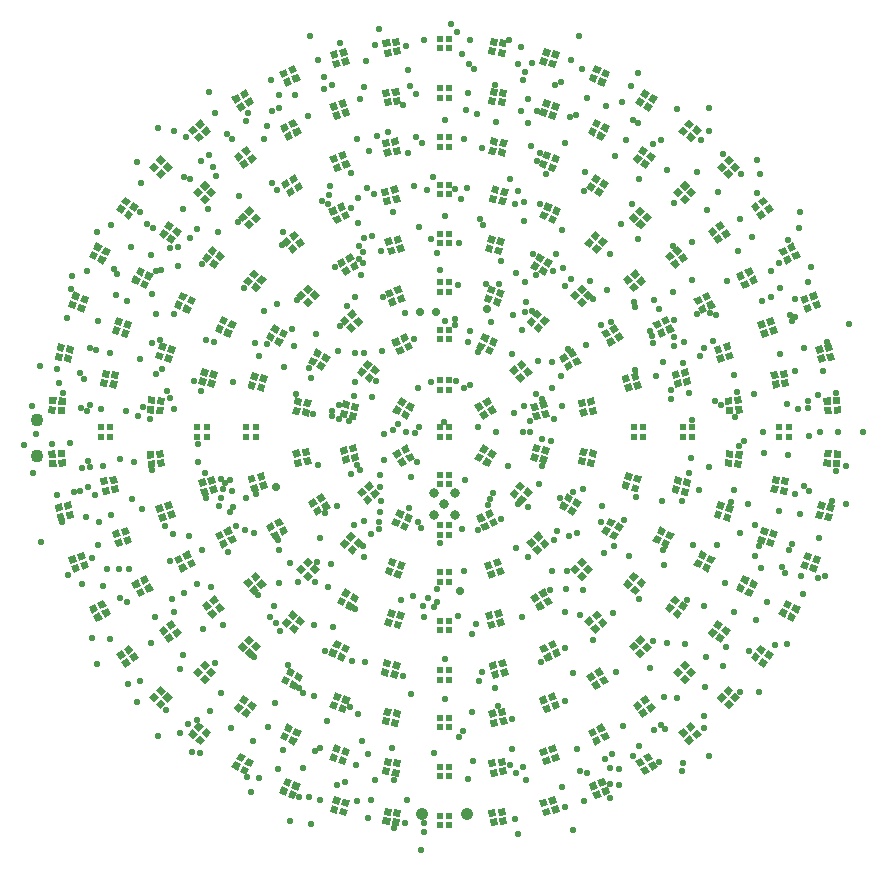
<source format=gts>
G04 EAGLE Gerber RS-274X export*
G75*
%MOMM*%
%FSLAX34Y34*%
%LPD*%
%INTop Solder Mask*%
%IPPOS*%
%AMOC8*
5,1,8,0,0,1.08239X$1,22.5*%
G01*
%ADD10R,0.603200X0.603200*%
%ADD11R,0.603200X0.603200*%
%ADD12C,0.803200*%
%ADD13C,1.053200*%
%ADD14C,1.103200*%
%ADD15C,0.555600*%
%ADD16C,0.728200*%


D10*
X-4000Y332900D03*
X4000Y332900D03*
X4000Y324900D03*
X-4000Y324900D03*
D11*
G36*
X-46713Y332654D02*
X-45894Y326679D01*
X-51869Y325860D01*
X-52688Y331835D01*
X-46713Y332654D01*
G37*
G36*
X-38787Y333739D02*
X-37968Y327764D01*
X-43943Y326945D01*
X-44762Y332920D01*
X-38787Y333739D01*
G37*
G36*
X-37701Y325813D02*
X-36882Y319838D01*
X-42857Y319019D01*
X-43676Y324994D01*
X-37701Y325813D01*
G37*
G36*
X-45627Y324728D02*
X-44808Y318753D01*
X-50783Y317934D01*
X-51602Y323909D01*
X-45627Y324728D01*
G37*
G36*
X-91571Y323195D02*
X-89949Y317387D01*
X-95757Y315765D01*
X-97379Y321573D01*
X-91571Y323195D01*
G37*
G36*
X-83866Y325347D02*
X-82244Y319539D01*
X-88052Y317917D01*
X-89674Y323725D01*
X-83866Y325347D01*
G37*
G36*
X-81715Y317642D02*
X-80093Y311834D01*
X-85901Y310212D01*
X-87523Y316020D01*
X-81715Y317642D01*
G37*
G36*
X-89420Y315490D02*
X-87798Y309682D01*
X-93606Y308060D01*
X-95228Y313868D01*
X-89420Y315490D01*
G37*
G36*
X-134734Y307712D02*
X-132329Y302181D01*
X-137860Y299776D01*
X-140265Y305307D01*
X-134734Y307712D01*
G37*
G36*
X-127398Y310902D02*
X-124993Y305371D01*
X-130524Y302966D01*
X-132929Y308497D01*
X-127398Y310902D01*
G37*
G36*
X-124208Y303566D02*
X-121803Y298035D01*
X-127334Y295630D01*
X-129739Y301161D01*
X-124208Y303566D01*
G37*
G36*
X-131544Y300376D02*
X-129139Y294845D01*
X-134670Y292440D01*
X-137075Y297971D01*
X-131544Y300376D01*
G37*
G36*
X-175377Y286501D02*
X-172244Y281348D01*
X-177397Y278215D01*
X-180530Y283368D01*
X-175377Y286501D01*
G37*
G36*
X-168541Y290657D02*
X-165408Y285504D01*
X-170561Y282371D01*
X-173694Y287524D01*
X-168541Y290657D01*
G37*
G36*
X-164385Y283822D02*
X-161252Y278669D01*
X-166405Y275536D01*
X-169538Y280689D01*
X-164385Y283822D01*
G37*
G36*
X-171221Y279666D02*
X-168088Y274513D01*
X-173241Y271380D01*
X-176374Y276533D01*
X-171221Y279666D01*
G37*
G36*
X-212754Y259955D02*
X-208950Y255275D01*
X-213630Y251471D01*
X-217434Y256151D01*
X-212754Y259955D01*
G37*
G36*
X-206545Y265000D02*
X-202741Y260320D01*
X-207421Y256516D01*
X-211225Y261196D01*
X-206545Y265000D01*
G37*
G36*
X-201500Y258792D02*
X-197696Y254112D01*
X-202376Y250308D01*
X-206180Y254988D01*
X-201500Y258792D01*
G37*
G36*
X-207708Y253747D02*
X-203904Y249067D01*
X-208584Y245263D01*
X-212388Y249943D01*
X-207708Y253747D01*
G37*
G36*
X-246167Y228566D02*
X-241764Y224445D01*
X-245885Y220042D01*
X-250288Y224163D01*
X-246167Y228566D01*
G37*
G36*
X-240700Y234407D02*
X-236297Y230286D01*
X-240418Y225883D01*
X-244821Y230004D01*
X-240700Y234407D01*
G37*
G36*
X-234859Y228941D02*
X-230456Y224820D01*
X-234577Y220417D01*
X-238980Y224538D01*
X-234859Y228941D01*
G37*
G36*
X-240325Y223100D02*
X-235922Y218979D01*
X-240043Y214576D01*
X-244446Y218697D01*
X-240325Y223100D01*
G37*
G36*
X-275001Y192910D02*
X-270073Y189432D01*
X-273551Y184504D01*
X-278479Y187982D01*
X-275001Y192910D01*
G37*
G36*
X-270389Y199447D02*
X-265461Y195969D01*
X-268939Y191041D01*
X-273867Y194519D01*
X-270389Y199447D01*
G37*
G36*
X-263852Y194836D02*
X-258924Y191358D01*
X-262402Y186430D01*
X-267330Y189908D01*
X-263852Y194836D01*
G37*
G36*
X-268464Y188299D02*
X-263536Y184821D01*
X-267014Y179893D01*
X-271942Y183371D01*
X-268464Y188299D01*
G37*
G36*
X-298706Y153670D02*
X-293352Y150894D01*
X-296128Y145540D01*
X-301482Y148316D01*
X-298706Y153670D01*
G37*
G36*
X-295025Y160772D02*
X-289671Y157996D01*
X-292447Y152642D01*
X-297801Y155418D01*
X-295025Y160772D01*
G37*
G36*
X-287922Y157091D02*
X-282568Y154315D01*
X-285344Y148961D01*
X-290698Y151737D01*
X-287922Y157091D01*
G37*
G36*
X-291604Y149988D02*
X-286250Y147212D01*
X-289026Y141858D01*
X-294380Y144634D01*
X-291604Y149988D01*
G37*
G36*
X-316849Y111567D02*
X-311168Y109544D01*
X-313191Y103863D01*
X-318872Y105886D01*
X-316849Y111567D01*
G37*
G36*
X-314165Y119104D02*
X-308484Y117081D01*
X-310507Y111400D01*
X-316188Y113423D01*
X-314165Y119104D01*
G37*
G36*
X-306629Y116420D02*
X-300948Y114397D01*
X-302971Y108716D01*
X-308652Y110739D01*
X-306629Y116420D01*
G37*
G36*
X-309312Y108884D02*
X-303631Y106861D01*
X-305654Y101180D01*
X-311335Y103203D01*
X-309312Y108884D01*
G37*
G36*
X-329089Y67388D02*
X-323185Y66154D01*
X-324419Y60250D01*
X-330323Y61484D01*
X-329089Y67388D01*
G37*
G36*
X-327453Y75219D02*
X-321549Y73985D01*
X-322783Y68081D01*
X-328687Y69315D01*
X-327453Y75219D01*
G37*
G36*
X-319622Y73583D02*
X-313718Y72349D01*
X-314952Y66445D01*
X-320856Y67679D01*
X-319622Y73583D01*
G37*
G36*
X-321258Y65752D02*
X-315354Y64518D01*
X-316588Y58614D01*
X-322492Y59848D01*
X-321258Y65752D01*
G37*
G36*
X-335201Y21953D02*
X-329184Y21532D01*
X-329605Y15515D01*
X-335622Y15936D01*
X-335201Y21953D01*
G37*
G36*
X-334642Y29933D02*
X-328625Y29512D01*
X-329046Y23495D01*
X-335063Y23916D01*
X-334642Y29933D01*
G37*
G36*
X-326662Y29375D02*
X-320645Y28954D01*
X-321066Y22937D01*
X-327083Y23358D01*
X-326662Y29375D01*
G37*
G36*
X-327220Y21395D02*
X-321203Y20974D01*
X-321624Y14957D01*
X-327641Y15378D01*
X-327220Y21395D01*
G37*
G36*
X-335063Y-23916D02*
X-329046Y-23495D01*
X-328625Y-29512D01*
X-334642Y-29933D01*
X-335063Y-23916D01*
G37*
G36*
X-335622Y-15936D02*
X-329605Y-15515D01*
X-329184Y-21532D01*
X-335201Y-21953D01*
X-335622Y-15936D01*
G37*
G36*
X-327641Y-15378D02*
X-321624Y-14957D01*
X-321203Y-20974D01*
X-327220Y-21395D01*
X-327641Y-15378D01*
G37*
G36*
X-327083Y-23358D02*
X-321066Y-22937D01*
X-320645Y-28954D01*
X-326662Y-29375D01*
X-327083Y-23358D01*
G37*
G36*
X-328687Y-69315D02*
X-322783Y-68081D01*
X-321549Y-73985D01*
X-327453Y-75219D01*
X-328687Y-69315D01*
G37*
G36*
X-330323Y-61484D02*
X-324419Y-60250D01*
X-323185Y-66154D01*
X-329089Y-67388D01*
X-330323Y-61484D01*
G37*
G36*
X-322492Y-59848D02*
X-316588Y-58614D01*
X-315354Y-64518D01*
X-321258Y-65752D01*
X-322492Y-59848D01*
G37*
G36*
X-320856Y-67679D02*
X-314952Y-66445D01*
X-313718Y-72349D01*
X-319622Y-73583D01*
X-320856Y-67679D01*
G37*
G36*
X-316188Y-113423D02*
X-310507Y-111400D01*
X-308484Y-117081D01*
X-314165Y-119104D01*
X-316188Y-113423D01*
G37*
G36*
X-318872Y-105886D02*
X-313191Y-103863D01*
X-311168Y-109544D01*
X-316849Y-111567D01*
X-318872Y-105886D01*
G37*
G36*
X-311335Y-103203D02*
X-305654Y-101180D01*
X-303631Y-106861D01*
X-309312Y-108884D01*
X-311335Y-103203D01*
G37*
G36*
X-308652Y-110739D02*
X-302971Y-108716D01*
X-300948Y-114397D01*
X-306629Y-116420D01*
X-308652Y-110739D01*
G37*
G36*
X-297801Y-155418D02*
X-292447Y-152642D01*
X-289671Y-157996D01*
X-295025Y-160772D01*
X-297801Y-155418D01*
G37*
G36*
X-301482Y-148316D02*
X-296128Y-145540D01*
X-293352Y-150894D01*
X-298706Y-153670D01*
X-301482Y-148316D01*
G37*
G36*
X-294380Y-144634D02*
X-289026Y-141858D01*
X-286250Y-147212D01*
X-291604Y-149988D01*
X-294380Y-144634D01*
G37*
G36*
X-290698Y-151737D02*
X-285344Y-148961D01*
X-282568Y-154315D01*
X-287922Y-157091D01*
X-290698Y-151737D01*
G37*
G36*
X-273867Y-194519D02*
X-268939Y-191041D01*
X-265461Y-195969D01*
X-270389Y-199447D01*
X-273867Y-194519D01*
G37*
G36*
X-278479Y-187982D02*
X-273551Y-184504D01*
X-270073Y-189432D01*
X-275001Y-192910D01*
X-278479Y-187982D01*
G37*
G36*
X-271942Y-183371D02*
X-267014Y-179893D01*
X-263536Y-184821D01*
X-268464Y-188299D01*
X-271942Y-183371D01*
G37*
G36*
X-267330Y-189908D02*
X-262402Y-186430D01*
X-258924Y-191358D01*
X-263852Y-194836D01*
X-267330Y-189908D01*
G37*
G36*
X-244821Y-230004D02*
X-240418Y-225883D01*
X-236297Y-230286D01*
X-240700Y-234407D01*
X-244821Y-230004D01*
G37*
G36*
X-250288Y-224163D02*
X-245885Y-220042D01*
X-241764Y-224445D01*
X-246167Y-228566D01*
X-250288Y-224163D01*
G37*
G36*
X-244446Y-218697D02*
X-240043Y-214576D01*
X-235922Y-218979D01*
X-240325Y-223100D01*
X-244446Y-218697D01*
G37*
G36*
X-238980Y-224538D02*
X-234577Y-220417D01*
X-230456Y-224820D01*
X-234859Y-228941D01*
X-238980Y-224538D01*
G37*
G36*
X-211225Y-261196D02*
X-207421Y-256516D01*
X-202741Y-260320D01*
X-206545Y-265000D01*
X-211225Y-261196D01*
G37*
G36*
X-217434Y-256151D02*
X-213630Y-251471D01*
X-208950Y-255275D01*
X-212754Y-259955D01*
X-217434Y-256151D01*
G37*
G36*
X-212388Y-249943D02*
X-208584Y-245263D01*
X-203904Y-249067D01*
X-207708Y-253747D01*
X-212388Y-249943D01*
G37*
G36*
X-206180Y-254988D02*
X-202376Y-250308D01*
X-197696Y-254112D01*
X-201500Y-258792D01*
X-206180Y-254988D01*
G37*
G36*
X-173694Y-287524D02*
X-170561Y-282371D01*
X-165408Y-285504D01*
X-168541Y-290657D01*
X-173694Y-287524D01*
G37*
G36*
X-180530Y-283368D02*
X-177397Y-278215D01*
X-172244Y-281348D01*
X-175377Y-286501D01*
X-180530Y-283368D01*
G37*
G36*
X-176374Y-276533D02*
X-173241Y-271380D01*
X-168088Y-274513D01*
X-171221Y-279666D01*
X-176374Y-276533D01*
G37*
G36*
X-169538Y-280689D02*
X-166405Y-275536D01*
X-161252Y-278669D01*
X-164385Y-283822D01*
X-169538Y-280689D01*
G37*
G36*
X-132929Y-308497D02*
X-130524Y-302966D01*
X-124993Y-305371D01*
X-127398Y-310902D01*
X-132929Y-308497D01*
G37*
G36*
X-140265Y-305307D02*
X-137860Y-299776D01*
X-132329Y-302181D01*
X-134734Y-307712D01*
X-140265Y-305307D01*
G37*
G36*
X-137075Y-297971D02*
X-134670Y-292440D01*
X-129139Y-294845D01*
X-131544Y-300376D01*
X-137075Y-297971D01*
G37*
G36*
X-129739Y-301161D02*
X-127334Y-295630D01*
X-121803Y-298035D01*
X-124208Y-303566D01*
X-129739Y-301161D01*
G37*
G36*
X-89674Y-323725D02*
X-88052Y-317917D01*
X-82244Y-319539D01*
X-83866Y-325347D01*
X-89674Y-323725D01*
G37*
G36*
X-97379Y-321573D02*
X-95757Y-315765D01*
X-89949Y-317387D01*
X-91571Y-323195D01*
X-97379Y-321573D01*
G37*
G36*
X-95228Y-313868D02*
X-93606Y-308060D01*
X-87798Y-309682D01*
X-89420Y-315490D01*
X-95228Y-313868D01*
G37*
G36*
X-87523Y-316020D02*
X-85901Y-310212D01*
X-80093Y-311834D01*
X-81715Y-317642D01*
X-87523Y-316020D01*
G37*
G36*
X-44762Y-332920D02*
X-43943Y-326945D01*
X-37968Y-327764D01*
X-38787Y-333739D01*
X-44762Y-332920D01*
G37*
G36*
X-52688Y-331835D02*
X-51869Y-325860D01*
X-45894Y-326679D01*
X-46713Y-332654D01*
X-52688Y-331835D01*
G37*
G36*
X-51602Y-323909D02*
X-50783Y-317934D01*
X-44808Y-318753D01*
X-45627Y-324728D01*
X-51602Y-323909D01*
G37*
G36*
X-43676Y-324994D02*
X-42857Y-319019D01*
X-36882Y-319838D01*
X-37701Y-325813D01*
X-43676Y-324994D01*
G37*
D10*
X4000Y-332900D03*
X-4000Y-332900D03*
X-4000Y-324900D03*
X4000Y-324900D03*
D11*
G36*
X46713Y-332654D02*
X45894Y-326679D01*
X51869Y-325860D01*
X52688Y-331835D01*
X46713Y-332654D01*
G37*
G36*
X38787Y-333739D02*
X37968Y-327764D01*
X43943Y-326945D01*
X44762Y-332920D01*
X38787Y-333739D01*
G37*
G36*
X37701Y-325813D02*
X36882Y-319838D01*
X42857Y-319019D01*
X43676Y-324994D01*
X37701Y-325813D01*
G37*
G36*
X45627Y-324728D02*
X44808Y-318753D01*
X50783Y-317934D01*
X51602Y-323909D01*
X45627Y-324728D01*
G37*
G36*
X91571Y-323195D02*
X89949Y-317387D01*
X95757Y-315765D01*
X97379Y-321573D01*
X91571Y-323195D01*
G37*
G36*
X83866Y-325347D02*
X82244Y-319539D01*
X88052Y-317917D01*
X89674Y-323725D01*
X83866Y-325347D01*
G37*
G36*
X81715Y-317642D02*
X80093Y-311834D01*
X85901Y-310212D01*
X87523Y-316020D01*
X81715Y-317642D01*
G37*
G36*
X89420Y-315490D02*
X87798Y-309682D01*
X93606Y-308060D01*
X95228Y-313868D01*
X89420Y-315490D01*
G37*
G36*
X134734Y-307712D02*
X132329Y-302181D01*
X137860Y-299776D01*
X140265Y-305307D01*
X134734Y-307712D01*
G37*
G36*
X127398Y-310902D02*
X124993Y-305371D01*
X130524Y-302966D01*
X132929Y-308497D01*
X127398Y-310902D01*
G37*
G36*
X124208Y-303566D02*
X121803Y-298035D01*
X127334Y-295630D01*
X129739Y-301161D01*
X124208Y-303566D01*
G37*
G36*
X131544Y-300376D02*
X129139Y-294845D01*
X134670Y-292440D01*
X137075Y-297971D01*
X131544Y-300376D01*
G37*
G36*
X175377Y-286501D02*
X172244Y-281348D01*
X177397Y-278215D01*
X180530Y-283368D01*
X175377Y-286501D01*
G37*
G36*
X168541Y-290657D02*
X165408Y-285504D01*
X170561Y-282371D01*
X173694Y-287524D01*
X168541Y-290657D01*
G37*
G36*
X164385Y-283822D02*
X161252Y-278669D01*
X166405Y-275536D01*
X169538Y-280689D01*
X164385Y-283822D01*
G37*
G36*
X171221Y-279666D02*
X168088Y-274513D01*
X173241Y-271380D01*
X176374Y-276533D01*
X171221Y-279666D01*
G37*
G36*
X212754Y-259955D02*
X208950Y-255275D01*
X213630Y-251471D01*
X217434Y-256151D01*
X212754Y-259955D01*
G37*
G36*
X206545Y-265000D02*
X202741Y-260320D01*
X207421Y-256516D01*
X211225Y-261196D01*
X206545Y-265000D01*
G37*
G36*
X201500Y-258792D02*
X197696Y-254112D01*
X202376Y-250308D01*
X206180Y-254988D01*
X201500Y-258792D01*
G37*
G36*
X207708Y-253747D02*
X203904Y-249067D01*
X208584Y-245263D01*
X212388Y-249943D01*
X207708Y-253747D01*
G37*
G36*
X246167Y-228566D02*
X241764Y-224445D01*
X245885Y-220042D01*
X250288Y-224163D01*
X246167Y-228566D01*
G37*
G36*
X240700Y-234407D02*
X236297Y-230286D01*
X240418Y-225883D01*
X244821Y-230004D01*
X240700Y-234407D01*
G37*
G36*
X234859Y-228941D02*
X230456Y-224820D01*
X234577Y-220417D01*
X238980Y-224538D01*
X234859Y-228941D01*
G37*
G36*
X240325Y-223100D02*
X235922Y-218979D01*
X240043Y-214576D01*
X244446Y-218697D01*
X240325Y-223100D01*
G37*
G36*
X275001Y-192910D02*
X270073Y-189432D01*
X273551Y-184504D01*
X278479Y-187982D01*
X275001Y-192910D01*
G37*
G36*
X270389Y-199447D02*
X265461Y-195969D01*
X268939Y-191041D01*
X273867Y-194519D01*
X270389Y-199447D01*
G37*
G36*
X263852Y-194836D02*
X258924Y-191358D01*
X262402Y-186430D01*
X267330Y-189908D01*
X263852Y-194836D01*
G37*
G36*
X268464Y-188299D02*
X263536Y-184821D01*
X267014Y-179893D01*
X271942Y-183371D01*
X268464Y-188299D01*
G37*
G36*
X298706Y-153670D02*
X293352Y-150894D01*
X296128Y-145540D01*
X301482Y-148316D01*
X298706Y-153670D01*
G37*
G36*
X295025Y-160772D02*
X289671Y-157996D01*
X292447Y-152642D01*
X297801Y-155418D01*
X295025Y-160772D01*
G37*
G36*
X287922Y-157091D02*
X282568Y-154315D01*
X285344Y-148961D01*
X290698Y-151737D01*
X287922Y-157091D01*
G37*
G36*
X291604Y-149988D02*
X286250Y-147212D01*
X289026Y-141858D01*
X294380Y-144634D01*
X291604Y-149988D01*
G37*
G36*
X316849Y-111567D02*
X311168Y-109544D01*
X313191Y-103863D01*
X318872Y-105886D01*
X316849Y-111567D01*
G37*
G36*
X314165Y-119104D02*
X308484Y-117081D01*
X310507Y-111400D01*
X316188Y-113423D01*
X314165Y-119104D01*
G37*
G36*
X306629Y-116420D02*
X300948Y-114397D01*
X302971Y-108716D01*
X308652Y-110739D01*
X306629Y-116420D01*
G37*
G36*
X309312Y-108884D02*
X303631Y-106861D01*
X305654Y-101180D01*
X311335Y-103203D01*
X309312Y-108884D01*
G37*
G36*
X329089Y-67388D02*
X323185Y-66154D01*
X324419Y-60250D01*
X330323Y-61484D01*
X329089Y-67388D01*
G37*
G36*
X327453Y-75219D02*
X321549Y-73985D01*
X322783Y-68081D01*
X328687Y-69315D01*
X327453Y-75219D01*
G37*
G36*
X319622Y-73583D02*
X313718Y-72349D01*
X314952Y-66445D01*
X320856Y-67679D01*
X319622Y-73583D01*
G37*
G36*
X321258Y-65752D02*
X315354Y-64518D01*
X316588Y-58614D01*
X322492Y-59848D01*
X321258Y-65752D01*
G37*
G36*
X335201Y-21953D02*
X329184Y-21532D01*
X329605Y-15515D01*
X335622Y-15936D01*
X335201Y-21953D01*
G37*
G36*
X334642Y-29933D02*
X328625Y-29512D01*
X329046Y-23495D01*
X335063Y-23916D01*
X334642Y-29933D01*
G37*
G36*
X326662Y-29375D02*
X320645Y-28954D01*
X321066Y-22937D01*
X327083Y-23358D01*
X326662Y-29375D01*
G37*
G36*
X327220Y-21395D02*
X321203Y-20974D01*
X321624Y-14957D01*
X327641Y-15378D01*
X327220Y-21395D01*
G37*
G36*
X335063Y23916D02*
X329046Y23495D01*
X328625Y29512D01*
X334642Y29933D01*
X335063Y23916D01*
G37*
G36*
X335622Y15936D02*
X329605Y15515D01*
X329184Y21532D01*
X335201Y21953D01*
X335622Y15936D01*
G37*
G36*
X327641Y15378D02*
X321624Y14957D01*
X321203Y20974D01*
X327220Y21395D01*
X327641Y15378D01*
G37*
G36*
X327083Y23358D02*
X321066Y22937D01*
X320645Y28954D01*
X326662Y29375D01*
X327083Y23358D01*
G37*
G36*
X328687Y69315D02*
X322783Y68081D01*
X321549Y73985D01*
X327453Y75219D01*
X328687Y69315D01*
G37*
G36*
X330323Y61484D02*
X324419Y60250D01*
X323185Y66154D01*
X329089Y67388D01*
X330323Y61484D01*
G37*
G36*
X322492Y59848D02*
X316588Y58614D01*
X315354Y64518D01*
X321258Y65752D01*
X322492Y59848D01*
G37*
G36*
X320856Y67679D02*
X314952Y66445D01*
X313718Y72349D01*
X319622Y73583D01*
X320856Y67679D01*
G37*
G36*
X316188Y113423D02*
X310507Y111400D01*
X308484Y117081D01*
X314165Y119104D01*
X316188Y113423D01*
G37*
G36*
X318872Y105886D02*
X313191Y103863D01*
X311168Y109544D01*
X316849Y111567D01*
X318872Y105886D01*
G37*
G36*
X311335Y103203D02*
X305654Y101180D01*
X303631Y106861D01*
X309312Y108884D01*
X311335Y103203D01*
G37*
G36*
X308652Y110739D02*
X302971Y108716D01*
X300948Y114397D01*
X306629Y116420D01*
X308652Y110739D01*
G37*
G36*
X297801Y155418D02*
X292447Y152642D01*
X289671Y157996D01*
X295025Y160772D01*
X297801Y155418D01*
G37*
G36*
X301482Y148316D02*
X296128Y145540D01*
X293352Y150894D01*
X298706Y153670D01*
X301482Y148316D01*
G37*
G36*
X294380Y144634D02*
X289026Y141858D01*
X286250Y147212D01*
X291604Y149988D01*
X294380Y144634D01*
G37*
G36*
X290698Y151737D02*
X285344Y148961D01*
X282568Y154315D01*
X287922Y157091D01*
X290698Y151737D01*
G37*
G36*
X273867Y194519D02*
X268939Y191041D01*
X265461Y195969D01*
X270389Y199447D01*
X273867Y194519D01*
G37*
G36*
X278479Y187982D02*
X273551Y184504D01*
X270073Y189432D01*
X275001Y192910D01*
X278479Y187982D01*
G37*
G36*
X271942Y183371D02*
X267014Y179893D01*
X263536Y184821D01*
X268464Y188299D01*
X271942Y183371D01*
G37*
G36*
X267330Y189908D02*
X262402Y186430D01*
X258924Y191358D01*
X263852Y194836D01*
X267330Y189908D01*
G37*
G36*
X244821Y230004D02*
X240418Y225883D01*
X236297Y230286D01*
X240700Y234407D01*
X244821Y230004D01*
G37*
G36*
X250288Y224163D02*
X245885Y220042D01*
X241764Y224445D01*
X246167Y228566D01*
X250288Y224163D01*
G37*
G36*
X244446Y218697D02*
X240043Y214576D01*
X235922Y218979D01*
X240325Y223100D01*
X244446Y218697D01*
G37*
G36*
X238980Y224538D02*
X234577Y220417D01*
X230456Y224820D01*
X234859Y228941D01*
X238980Y224538D01*
G37*
G36*
X211225Y261196D02*
X207421Y256516D01*
X202741Y260320D01*
X206545Y265000D01*
X211225Y261196D01*
G37*
G36*
X217434Y256151D02*
X213630Y251471D01*
X208950Y255275D01*
X212754Y259955D01*
X217434Y256151D01*
G37*
G36*
X212388Y249943D02*
X208584Y245263D01*
X203904Y249067D01*
X207708Y253747D01*
X212388Y249943D01*
G37*
G36*
X206180Y254988D02*
X202376Y250308D01*
X197696Y254112D01*
X201500Y258792D01*
X206180Y254988D01*
G37*
G36*
X173694Y287524D02*
X170561Y282371D01*
X165408Y285504D01*
X168541Y290657D01*
X173694Y287524D01*
G37*
G36*
X180530Y283368D02*
X177397Y278215D01*
X172244Y281348D01*
X175377Y286501D01*
X180530Y283368D01*
G37*
G36*
X176374Y276533D02*
X173241Y271380D01*
X168088Y274513D01*
X171221Y279666D01*
X176374Y276533D01*
G37*
G36*
X169538Y280689D02*
X166405Y275536D01*
X161252Y278669D01*
X164385Y283822D01*
X169538Y280689D01*
G37*
G36*
X132929Y308497D02*
X130524Y302966D01*
X124993Y305371D01*
X127398Y310902D01*
X132929Y308497D01*
G37*
G36*
X140265Y305307D02*
X137860Y299776D01*
X132329Y302181D01*
X134734Y307712D01*
X140265Y305307D01*
G37*
G36*
X137075Y297971D02*
X134670Y292440D01*
X129139Y294845D01*
X131544Y300376D01*
X137075Y297971D01*
G37*
G36*
X129739Y301161D02*
X127334Y295630D01*
X121803Y298035D01*
X124208Y303566D01*
X129739Y301161D01*
G37*
G36*
X89674Y323725D02*
X88052Y317917D01*
X82244Y319539D01*
X83866Y325347D01*
X89674Y323725D01*
G37*
G36*
X97379Y321573D02*
X95757Y315765D01*
X89949Y317387D01*
X91571Y323195D01*
X97379Y321573D01*
G37*
G36*
X95228Y313868D02*
X93606Y308060D01*
X87798Y309682D01*
X89420Y315490D01*
X95228Y313868D01*
G37*
G36*
X87523Y316020D02*
X85901Y310212D01*
X80093Y311834D01*
X81715Y317642D01*
X87523Y316020D01*
G37*
G36*
X44762Y332920D02*
X43943Y326945D01*
X37968Y327764D01*
X38787Y333739D01*
X44762Y332920D01*
G37*
G36*
X52688Y331835D02*
X51869Y325860D01*
X45894Y326679D01*
X46713Y332654D01*
X52688Y331835D01*
G37*
G36*
X51602Y323909D02*
X50783Y317934D01*
X44808Y318753D01*
X45627Y324728D01*
X51602Y323909D01*
G37*
G36*
X43676Y324994D02*
X42857Y319019D01*
X36882Y319838D01*
X37701Y325813D01*
X43676Y324994D01*
G37*
D10*
X-4000Y291300D03*
X4000Y291300D03*
X4000Y283300D03*
X-4000Y283300D03*
D11*
G36*
X-47013Y290538D02*
X-46070Y284581D01*
X-52027Y283638D01*
X-52970Y289595D01*
X-47013Y290538D01*
G37*
G36*
X-39112Y291789D02*
X-38169Y285832D01*
X-44126Y284889D01*
X-45069Y290846D01*
X-39112Y291789D01*
G37*
G36*
X-37860Y283888D02*
X-36917Y277931D01*
X-42874Y276988D01*
X-43817Y282945D01*
X-37860Y283888D01*
G37*
G36*
X-45762Y282636D02*
X-44819Y276679D01*
X-50776Y275736D01*
X-51719Y281693D01*
X-45762Y282636D01*
G37*
G36*
X-91885Y279607D02*
X-90021Y273871D01*
X-95757Y272007D01*
X-97621Y277743D01*
X-91885Y279607D01*
G37*
G36*
X-84276Y282079D02*
X-82412Y276343D01*
X-88148Y274479D01*
X-90012Y280215D01*
X-84276Y282079D01*
G37*
G36*
X-81804Y274470D02*
X-79940Y268734D01*
X-85676Y266870D01*
X-87540Y272606D01*
X-81804Y274470D01*
G37*
G36*
X-89413Y271998D02*
X-87549Y266262D01*
X-93285Y264398D01*
X-95149Y270134D01*
X-89413Y271998D01*
G37*
G36*
X-134493Y261790D02*
X-131755Y256416D01*
X-137129Y253678D01*
X-139867Y259052D01*
X-134493Y261790D01*
G37*
G36*
X-127365Y265422D02*
X-124627Y260048D01*
X-130001Y257310D01*
X-132739Y262684D01*
X-127365Y265422D01*
G37*
G36*
X-123733Y258294D02*
X-120995Y252920D01*
X-126369Y250182D01*
X-129107Y255556D01*
X-123733Y258294D01*
G37*
G36*
X-130862Y254662D02*
X-128124Y249288D01*
X-133498Y246550D01*
X-136236Y251924D01*
X-130862Y254662D01*
G37*
G36*
X-173791Y237528D02*
X-170246Y232649D01*
X-175125Y229104D01*
X-178670Y233983D01*
X-173791Y237528D01*
G37*
G36*
X-167319Y242230D02*
X-163774Y237351D01*
X-168653Y233806D01*
X-172198Y238685D01*
X-167319Y242230D01*
G37*
G36*
X-162616Y235758D02*
X-159071Y230879D01*
X-163950Y227334D01*
X-167495Y232213D01*
X-162616Y235758D01*
G37*
G36*
X-169089Y231055D02*
X-165544Y226176D01*
X-170423Y222631D01*
X-173968Y227510D01*
X-169089Y231055D01*
G37*
G36*
X-208809Y207417D02*
X-204544Y203152D01*
X-208809Y198887D01*
X-213074Y203152D01*
X-208809Y207417D01*
G37*
G36*
X-203152Y213074D02*
X-198887Y208809D01*
X-203152Y204544D01*
X-207417Y208809D01*
X-203152Y213074D01*
G37*
G36*
X-197495Y207417D02*
X-193230Y203152D01*
X-197495Y198887D01*
X-201760Y203152D01*
X-197495Y207417D01*
G37*
G36*
X-203152Y201760D02*
X-198887Y197495D01*
X-203152Y193230D01*
X-207417Y197495D01*
X-203152Y201760D01*
G37*
G36*
X-238685Y172198D02*
X-233806Y168653D01*
X-237351Y163774D01*
X-242230Y167319D01*
X-238685Y172198D01*
G37*
G36*
X-233983Y178670D02*
X-229104Y175125D01*
X-232649Y170246D01*
X-237528Y173791D01*
X-233983Y178670D01*
G37*
G36*
X-227510Y173968D02*
X-222631Y170423D01*
X-226176Y165544D01*
X-231055Y169089D01*
X-227510Y173968D01*
G37*
G36*
X-232213Y167495D02*
X-227334Y163950D01*
X-230879Y159071D01*
X-235758Y162616D01*
X-232213Y167495D01*
G37*
G36*
X-262684Y132739D02*
X-257310Y130001D01*
X-260048Y124627D01*
X-265422Y127365D01*
X-262684Y132739D01*
G37*
G36*
X-259052Y139867D02*
X-253678Y137129D01*
X-256416Y131755D01*
X-261790Y134493D01*
X-259052Y139867D01*
G37*
G36*
X-251924Y136236D02*
X-246550Y133498D01*
X-249288Y128124D01*
X-254662Y130862D01*
X-251924Y136236D01*
G37*
G36*
X-255556Y129107D02*
X-250182Y126369D01*
X-252920Y120995D01*
X-258294Y123733D01*
X-255556Y129107D01*
G37*
G36*
X-280215Y90012D02*
X-274479Y88148D01*
X-276343Y82412D01*
X-282079Y84276D01*
X-280215Y90012D01*
G37*
G36*
X-277743Y97621D02*
X-272007Y95757D01*
X-273871Y90021D01*
X-279607Y91885D01*
X-277743Y97621D01*
G37*
G36*
X-270134Y95149D02*
X-264398Y93285D01*
X-266262Y87549D01*
X-271998Y89413D01*
X-270134Y95149D01*
G37*
G36*
X-272606Y87540D02*
X-266870Y85676D01*
X-268734Y79940D01*
X-274470Y81804D01*
X-272606Y87540D01*
G37*
G36*
X-290846Y45069D02*
X-284889Y44126D01*
X-285832Y38169D01*
X-291789Y39112D01*
X-290846Y45069D01*
G37*
G36*
X-289595Y52970D02*
X-283638Y52027D01*
X-284581Y46070D01*
X-290538Y47013D01*
X-289595Y52970D01*
G37*
G36*
X-281693Y51719D02*
X-275736Y50776D01*
X-276679Y44819D01*
X-282636Y45762D01*
X-281693Y51719D01*
G37*
G36*
X-282945Y43817D02*
X-276988Y42874D01*
X-277931Y36917D01*
X-283888Y37860D01*
X-282945Y43817D01*
G37*
D10*
X-291300Y-4000D03*
X-291300Y4000D03*
X-283300Y4000D03*
X-283300Y-4000D03*
D11*
G36*
X-290538Y-47013D02*
X-284581Y-46070D01*
X-283638Y-52027D01*
X-289595Y-52970D01*
X-290538Y-47013D01*
G37*
G36*
X-291789Y-39112D02*
X-285832Y-38169D01*
X-284889Y-44126D01*
X-290846Y-45069D01*
X-291789Y-39112D01*
G37*
G36*
X-283888Y-37860D02*
X-277931Y-36917D01*
X-276988Y-42874D01*
X-282945Y-43817D01*
X-283888Y-37860D01*
G37*
G36*
X-282636Y-45762D02*
X-276679Y-44819D01*
X-275736Y-50776D01*
X-281693Y-51719D01*
X-282636Y-45762D01*
G37*
G36*
X-279607Y-91885D02*
X-273871Y-90021D01*
X-272007Y-95757D01*
X-277743Y-97621D01*
X-279607Y-91885D01*
G37*
G36*
X-282079Y-84276D02*
X-276343Y-82412D01*
X-274479Y-88148D01*
X-280215Y-90012D01*
X-282079Y-84276D01*
G37*
G36*
X-274470Y-81804D02*
X-268734Y-79940D01*
X-266870Y-85676D01*
X-272606Y-87540D01*
X-274470Y-81804D01*
G37*
G36*
X-271998Y-89413D02*
X-266262Y-87549D01*
X-264398Y-93285D01*
X-270134Y-95149D01*
X-271998Y-89413D01*
G37*
G36*
X-261790Y-134493D02*
X-256416Y-131755D01*
X-253678Y-137129D01*
X-259052Y-139867D01*
X-261790Y-134493D01*
G37*
G36*
X-265422Y-127365D02*
X-260048Y-124627D01*
X-257310Y-130001D01*
X-262684Y-132739D01*
X-265422Y-127365D01*
G37*
G36*
X-258294Y-123733D02*
X-252920Y-120995D01*
X-250182Y-126369D01*
X-255556Y-129107D01*
X-258294Y-123733D01*
G37*
G36*
X-254662Y-130862D02*
X-249288Y-128124D01*
X-246550Y-133498D01*
X-251924Y-136236D01*
X-254662Y-130862D01*
G37*
G36*
X-237528Y-173791D02*
X-232649Y-170246D01*
X-229104Y-175125D01*
X-233983Y-178670D01*
X-237528Y-173791D01*
G37*
G36*
X-242230Y-167319D02*
X-237351Y-163774D01*
X-233806Y-168653D01*
X-238685Y-172198D01*
X-242230Y-167319D01*
G37*
G36*
X-235758Y-162616D02*
X-230879Y-159071D01*
X-227334Y-163950D01*
X-232213Y-167495D01*
X-235758Y-162616D01*
G37*
G36*
X-231055Y-169089D02*
X-226176Y-165544D01*
X-222631Y-170423D01*
X-227510Y-173968D01*
X-231055Y-169089D01*
G37*
G36*
X-207417Y-208809D02*
X-203152Y-204544D01*
X-198887Y-208809D01*
X-203152Y-213074D01*
X-207417Y-208809D01*
G37*
G36*
X-213074Y-203152D02*
X-208809Y-198887D01*
X-204544Y-203152D01*
X-208809Y-207417D01*
X-213074Y-203152D01*
G37*
G36*
X-207417Y-197495D02*
X-203152Y-193230D01*
X-198887Y-197495D01*
X-203152Y-201760D01*
X-207417Y-197495D01*
G37*
G36*
X-201760Y-203152D02*
X-197495Y-198887D01*
X-193230Y-203152D01*
X-197495Y-207417D01*
X-201760Y-203152D01*
G37*
G36*
X-172198Y-238685D02*
X-168653Y-233806D01*
X-163774Y-237351D01*
X-167319Y-242230D01*
X-172198Y-238685D01*
G37*
G36*
X-178670Y-233983D02*
X-175125Y-229104D01*
X-170246Y-232649D01*
X-173791Y-237528D01*
X-178670Y-233983D01*
G37*
G36*
X-173968Y-227510D02*
X-170423Y-222631D01*
X-165544Y-226176D01*
X-169089Y-231055D01*
X-173968Y-227510D01*
G37*
G36*
X-167495Y-232213D02*
X-163950Y-227334D01*
X-159071Y-230879D01*
X-162616Y-235758D01*
X-167495Y-232213D01*
G37*
G36*
X-132739Y-262684D02*
X-130001Y-257310D01*
X-124627Y-260048D01*
X-127365Y-265422D01*
X-132739Y-262684D01*
G37*
G36*
X-139867Y-259052D02*
X-137129Y-253678D01*
X-131755Y-256416D01*
X-134493Y-261790D01*
X-139867Y-259052D01*
G37*
G36*
X-136236Y-251924D02*
X-133498Y-246550D01*
X-128124Y-249288D01*
X-130862Y-254662D01*
X-136236Y-251924D01*
G37*
G36*
X-129107Y-255556D02*
X-126369Y-250182D01*
X-120995Y-252920D01*
X-123733Y-258294D01*
X-129107Y-255556D01*
G37*
G36*
X-90012Y-280215D02*
X-88148Y-274479D01*
X-82412Y-276343D01*
X-84276Y-282079D01*
X-90012Y-280215D01*
G37*
G36*
X-97621Y-277743D02*
X-95757Y-272007D01*
X-90021Y-273871D01*
X-91885Y-279607D01*
X-97621Y-277743D01*
G37*
G36*
X-95149Y-270134D02*
X-93285Y-264398D01*
X-87549Y-266262D01*
X-89413Y-271998D01*
X-95149Y-270134D01*
G37*
G36*
X-87540Y-272606D02*
X-85676Y-266870D01*
X-79940Y-268734D01*
X-81804Y-274470D01*
X-87540Y-272606D01*
G37*
G36*
X-45069Y-290846D02*
X-44126Y-284889D01*
X-38169Y-285832D01*
X-39112Y-291789D01*
X-45069Y-290846D01*
G37*
G36*
X-52970Y-289595D02*
X-52027Y-283638D01*
X-46070Y-284581D01*
X-47013Y-290538D01*
X-52970Y-289595D01*
G37*
G36*
X-51719Y-281693D02*
X-50776Y-275736D01*
X-44819Y-276679D01*
X-45762Y-282636D01*
X-51719Y-281693D01*
G37*
G36*
X-43817Y-282945D02*
X-42874Y-276988D01*
X-36917Y-277931D01*
X-37860Y-283888D01*
X-43817Y-282945D01*
G37*
D10*
X4000Y-291300D03*
X-4000Y-291300D03*
X-4000Y-283300D03*
X4000Y-283300D03*
D11*
G36*
X47013Y-290538D02*
X46070Y-284581D01*
X52027Y-283638D01*
X52970Y-289595D01*
X47013Y-290538D01*
G37*
G36*
X39112Y-291789D02*
X38169Y-285832D01*
X44126Y-284889D01*
X45069Y-290846D01*
X39112Y-291789D01*
G37*
G36*
X37860Y-283888D02*
X36917Y-277931D01*
X42874Y-276988D01*
X43817Y-282945D01*
X37860Y-283888D01*
G37*
G36*
X45762Y-282636D02*
X44819Y-276679D01*
X50776Y-275736D01*
X51719Y-281693D01*
X45762Y-282636D01*
G37*
G36*
X91885Y-279607D02*
X90021Y-273871D01*
X95757Y-272007D01*
X97621Y-277743D01*
X91885Y-279607D01*
G37*
G36*
X84276Y-282079D02*
X82412Y-276343D01*
X88148Y-274479D01*
X90012Y-280215D01*
X84276Y-282079D01*
G37*
G36*
X81804Y-274470D02*
X79940Y-268734D01*
X85676Y-266870D01*
X87540Y-272606D01*
X81804Y-274470D01*
G37*
G36*
X89413Y-271998D02*
X87549Y-266262D01*
X93285Y-264398D01*
X95149Y-270134D01*
X89413Y-271998D01*
G37*
G36*
X134493Y-261790D02*
X131755Y-256416D01*
X137129Y-253678D01*
X139867Y-259052D01*
X134493Y-261790D01*
G37*
G36*
X127365Y-265422D02*
X124627Y-260048D01*
X130001Y-257310D01*
X132739Y-262684D01*
X127365Y-265422D01*
G37*
G36*
X123733Y-258294D02*
X120995Y-252920D01*
X126369Y-250182D01*
X129107Y-255556D01*
X123733Y-258294D01*
G37*
G36*
X130862Y-254662D02*
X128124Y-249288D01*
X133498Y-246550D01*
X136236Y-251924D01*
X130862Y-254662D01*
G37*
G36*
X173791Y-237528D02*
X170246Y-232649D01*
X175125Y-229104D01*
X178670Y-233983D01*
X173791Y-237528D01*
G37*
G36*
X167319Y-242230D02*
X163774Y-237351D01*
X168653Y-233806D01*
X172198Y-238685D01*
X167319Y-242230D01*
G37*
G36*
X162616Y-235758D02*
X159071Y-230879D01*
X163950Y-227334D01*
X167495Y-232213D01*
X162616Y-235758D01*
G37*
G36*
X169089Y-231055D02*
X165544Y-226176D01*
X170423Y-222631D01*
X173968Y-227510D01*
X169089Y-231055D01*
G37*
G36*
X208809Y-207417D02*
X204544Y-203152D01*
X208809Y-198887D01*
X213074Y-203152D01*
X208809Y-207417D01*
G37*
G36*
X203152Y-213074D02*
X198887Y-208809D01*
X203152Y-204544D01*
X207417Y-208809D01*
X203152Y-213074D01*
G37*
G36*
X197495Y-207417D02*
X193230Y-203152D01*
X197495Y-198887D01*
X201760Y-203152D01*
X197495Y-207417D01*
G37*
G36*
X203152Y-201760D02*
X198887Y-197495D01*
X203152Y-193230D01*
X207417Y-197495D01*
X203152Y-201760D01*
G37*
G36*
X238685Y-172198D02*
X233806Y-168653D01*
X237351Y-163774D01*
X242230Y-167319D01*
X238685Y-172198D01*
G37*
G36*
X233983Y-178670D02*
X229104Y-175125D01*
X232649Y-170246D01*
X237528Y-173791D01*
X233983Y-178670D01*
G37*
G36*
X227510Y-173968D02*
X222631Y-170423D01*
X226176Y-165544D01*
X231055Y-169089D01*
X227510Y-173968D01*
G37*
G36*
X232213Y-167495D02*
X227334Y-163950D01*
X230879Y-159071D01*
X235758Y-162616D01*
X232213Y-167495D01*
G37*
G36*
X262684Y-132739D02*
X257310Y-130001D01*
X260048Y-124627D01*
X265422Y-127365D01*
X262684Y-132739D01*
G37*
G36*
X259052Y-139867D02*
X253678Y-137129D01*
X256416Y-131755D01*
X261790Y-134493D01*
X259052Y-139867D01*
G37*
G36*
X251924Y-136236D02*
X246550Y-133498D01*
X249288Y-128124D01*
X254662Y-130862D01*
X251924Y-136236D01*
G37*
G36*
X255556Y-129107D02*
X250182Y-126369D01*
X252920Y-120995D01*
X258294Y-123733D01*
X255556Y-129107D01*
G37*
G36*
X280215Y-90012D02*
X274479Y-88148D01*
X276343Y-82412D01*
X282079Y-84276D01*
X280215Y-90012D01*
G37*
G36*
X277743Y-97621D02*
X272007Y-95757D01*
X273871Y-90021D01*
X279607Y-91885D01*
X277743Y-97621D01*
G37*
G36*
X270134Y-95149D02*
X264398Y-93285D01*
X266262Y-87549D01*
X271998Y-89413D01*
X270134Y-95149D01*
G37*
G36*
X272606Y-87540D02*
X266870Y-85676D01*
X268734Y-79940D01*
X274470Y-81804D01*
X272606Y-87540D01*
G37*
G36*
X290846Y-45069D02*
X284889Y-44126D01*
X285832Y-38169D01*
X291789Y-39112D01*
X290846Y-45069D01*
G37*
G36*
X289595Y-52970D02*
X283638Y-52027D01*
X284581Y-46070D01*
X290538Y-47013D01*
X289595Y-52970D01*
G37*
G36*
X281693Y-51719D02*
X275736Y-50776D01*
X276679Y-44819D01*
X282636Y-45762D01*
X281693Y-51719D01*
G37*
G36*
X282945Y-43817D02*
X276988Y-42874D01*
X277931Y-36917D01*
X283888Y-37860D01*
X282945Y-43817D01*
G37*
D10*
X291300Y4000D03*
X291300Y-4000D03*
X283300Y-4000D03*
X283300Y4000D03*
D11*
G36*
X290538Y47013D02*
X284581Y46070D01*
X283638Y52027D01*
X289595Y52970D01*
X290538Y47013D01*
G37*
G36*
X291789Y39112D02*
X285832Y38169D01*
X284889Y44126D01*
X290846Y45069D01*
X291789Y39112D01*
G37*
G36*
X283888Y37860D02*
X277931Y36917D01*
X276988Y42874D01*
X282945Y43817D01*
X283888Y37860D01*
G37*
G36*
X282636Y45762D02*
X276679Y44819D01*
X275736Y50776D01*
X281693Y51719D01*
X282636Y45762D01*
G37*
G36*
X279607Y91885D02*
X273871Y90021D01*
X272007Y95757D01*
X277743Y97621D01*
X279607Y91885D01*
G37*
G36*
X282079Y84276D02*
X276343Y82412D01*
X274479Y88148D01*
X280215Y90012D01*
X282079Y84276D01*
G37*
G36*
X274470Y81804D02*
X268734Y79940D01*
X266870Y85676D01*
X272606Y87540D01*
X274470Y81804D01*
G37*
G36*
X271998Y89413D02*
X266262Y87549D01*
X264398Y93285D01*
X270134Y95149D01*
X271998Y89413D01*
G37*
G36*
X261790Y134493D02*
X256416Y131755D01*
X253678Y137129D01*
X259052Y139867D01*
X261790Y134493D01*
G37*
G36*
X265422Y127365D02*
X260048Y124627D01*
X257310Y130001D01*
X262684Y132739D01*
X265422Y127365D01*
G37*
G36*
X258294Y123733D02*
X252920Y120995D01*
X250182Y126369D01*
X255556Y129107D01*
X258294Y123733D01*
G37*
G36*
X254662Y130862D02*
X249288Y128124D01*
X246550Y133498D01*
X251924Y136236D01*
X254662Y130862D01*
G37*
G36*
X237528Y173791D02*
X232649Y170246D01*
X229104Y175125D01*
X233983Y178670D01*
X237528Y173791D01*
G37*
G36*
X242230Y167319D02*
X237351Y163774D01*
X233806Y168653D01*
X238685Y172198D01*
X242230Y167319D01*
G37*
G36*
X235758Y162616D02*
X230879Y159071D01*
X227334Y163950D01*
X232213Y167495D01*
X235758Y162616D01*
G37*
G36*
X231055Y169089D02*
X226176Y165544D01*
X222631Y170423D01*
X227510Y173968D01*
X231055Y169089D01*
G37*
G36*
X207417Y208809D02*
X203152Y204544D01*
X198887Y208809D01*
X203152Y213074D01*
X207417Y208809D01*
G37*
G36*
X213074Y203152D02*
X208809Y198887D01*
X204544Y203152D01*
X208809Y207417D01*
X213074Y203152D01*
G37*
G36*
X207417Y197495D02*
X203152Y193230D01*
X198887Y197495D01*
X203152Y201760D01*
X207417Y197495D01*
G37*
G36*
X201760Y203152D02*
X197495Y198887D01*
X193230Y203152D01*
X197495Y207417D01*
X201760Y203152D01*
G37*
G36*
X172198Y238685D02*
X168653Y233806D01*
X163774Y237351D01*
X167319Y242230D01*
X172198Y238685D01*
G37*
G36*
X178670Y233983D02*
X175125Y229104D01*
X170246Y232649D01*
X173791Y237528D01*
X178670Y233983D01*
G37*
G36*
X173968Y227510D02*
X170423Y222631D01*
X165544Y226176D01*
X169089Y231055D01*
X173968Y227510D01*
G37*
G36*
X167495Y232213D02*
X163950Y227334D01*
X159071Y230879D01*
X162616Y235758D01*
X167495Y232213D01*
G37*
G36*
X132739Y262684D02*
X130001Y257310D01*
X124627Y260048D01*
X127365Y265422D01*
X132739Y262684D01*
G37*
G36*
X139867Y259052D02*
X137129Y253678D01*
X131755Y256416D01*
X134493Y261790D01*
X139867Y259052D01*
G37*
G36*
X136236Y251924D02*
X133498Y246550D01*
X128124Y249288D01*
X130862Y254662D01*
X136236Y251924D01*
G37*
G36*
X129107Y255556D02*
X126369Y250182D01*
X120995Y252920D01*
X123733Y258294D01*
X129107Y255556D01*
G37*
G36*
X90012Y280215D02*
X88148Y274479D01*
X82412Y276343D01*
X84276Y282079D01*
X90012Y280215D01*
G37*
G36*
X97621Y277743D02*
X95757Y272007D01*
X90021Y273871D01*
X91885Y279607D01*
X97621Y277743D01*
G37*
G36*
X95149Y270134D02*
X93285Y264398D01*
X87549Y266262D01*
X89413Y271998D01*
X95149Y270134D01*
G37*
G36*
X87540Y272606D02*
X85676Y266870D01*
X79940Y268734D01*
X81804Y274470D01*
X87540Y272606D01*
G37*
G36*
X45069Y290846D02*
X44126Y284889D01*
X38169Y285832D01*
X39112Y291789D01*
X45069Y290846D01*
G37*
G36*
X52970Y289595D02*
X52027Y283638D01*
X46070Y284581D01*
X47013Y290538D01*
X52970Y289595D01*
G37*
G36*
X51719Y281693D02*
X50776Y275736D01*
X44819Y276679D01*
X45762Y282636D01*
X51719Y281693D01*
G37*
G36*
X43817Y282945D02*
X42874Y276988D01*
X36917Y277931D01*
X37860Y283888D01*
X43817Y282945D01*
G37*
D10*
X-4000Y249700D03*
X4000Y249700D03*
X4000Y241700D03*
X-4000Y241700D03*
D11*
G36*
X-47394Y248236D02*
X-46294Y242306D01*
X-52224Y241206D01*
X-53324Y247136D01*
X-47394Y248236D01*
G37*
G36*
X-39528Y249693D02*
X-38428Y243763D01*
X-44358Y242663D01*
X-45458Y248593D01*
X-39528Y249693D01*
G37*
G36*
X-38070Y241827D02*
X-36970Y235897D01*
X-42900Y234797D01*
X-44000Y240727D01*
X-38070Y241827D01*
G37*
G36*
X-45936Y240370D02*
X-44836Y234440D01*
X-50766Y233340D01*
X-51866Y239270D01*
X-45936Y240370D01*
G37*
G36*
X-92212Y235293D02*
X-90031Y229670D01*
X-95654Y227489D01*
X-97835Y233112D01*
X-92212Y235293D01*
G37*
G36*
X-84753Y238186D02*
X-82572Y232563D01*
X-88195Y230382D01*
X-90376Y236005D01*
X-84753Y238186D01*
G37*
G36*
X-81860Y230728D02*
X-79679Y225105D01*
X-85302Y222924D01*
X-87483Y228547D01*
X-81860Y230728D01*
G37*
G36*
X-89319Y227835D02*
X-87138Y222212D01*
X-92761Y220031D01*
X-94942Y225654D01*
X-89319Y227835D01*
G37*
G36*
X-133869Y214350D02*
X-130700Y209219D01*
X-135831Y206050D01*
X-139000Y211181D01*
X-133869Y214350D01*
G37*
G36*
X-127062Y218553D02*
X-123893Y213422D01*
X-129024Y210253D01*
X-132193Y215384D01*
X-127062Y218553D01*
G37*
G36*
X-122858Y211747D02*
X-119689Y206616D01*
X-124820Y203447D01*
X-127989Y208578D01*
X-122858Y211747D01*
G37*
G36*
X-129665Y207543D02*
X-126496Y202412D01*
X-131627Y199243D01*
X-134796Y204374D01*
X-129665Y207543D01*
G37*
G36*
X-170985Y186091D02*
X-166918Y181638D01*
X-171371Y177571D01*
X-175438Y182024D01*
X-170985Y186091D01*
G37*
G36*
X-165077Y191486D02*
X-161010Y187033D01*
X-165463Y182966D01*
X-169530Y187419D01*
X-165077Y191486D01*
G37*
G36*
X-159683Y185578D02*
X-155616Y181125D01*
X-160069Y177058D01*
X-164136Y181511D01*
X-159683Y185578D01*
G37*
G36*
X-165591Y180183D02*
X-161524Y175730D01*
X-165977Y171663D01*
X-170044Y176116D01*
X-165591Y180183D01*
G37*
G36*
X-202262Y151514D02*
X-197452Y147876D01*
X-201090Y143066D01*
X-205900Y146704D01*
X-202262Y151514D01*
G37*
G36*
X-197436Y157895D02*
X-192626Y154257D01*
X-196264Y149447D01*
X-201074Y153085D01*
X-197436Y157895D01*
G37*
G36*
X-191056Y153069D02*
X-186246Y149431D01*
X-189884Y144621D01*
X-194694Y148259D01*
X-191056Y153069D01*
G37*
G36*
X-195881Y146688D02*
X-191071Y143050D01*
X-194709Y138240D01*
X-199519Y141878D01*
X-195881Y146688D01*
G37*
G36*
X-226659Y111767D02*
X-221262Y109076D01*
X-223953Y103679D01*
X-229350Y106370D01*
X-226659Y111767D01*
G37*
G36*
X-223090Y118926D02*
X-217693Y116235D01*
X-220384Y110838D01*
X-225781Y113529D01*
X-223090Y118926D01*
G37*
G36*
X-215930Y115357D02*
X-210533Y112666D01*
X-213224Y107269D01*
X-218621Y109960D01*
X-215930Y115357D01*
G37*
G36*
X-219500Y108197D02*
X-214103Y105506D01*
X-216794Y100109D01*
X-222191Y102800D01*
X-219500Y108197D01*
G37*
G36*
X-243337Y68214D02*
X-237537Y66562D01*
X-239189Y60762D01*
X-244989Y62414D01*
X-243337Y68214D01*
G37*
G36*
X-241146Y75908D02*
X-235346Y74256D01*
X-236998Y68456D01*
X-242798Y70108D01*
X-241146Y75908D01*
G37*
G36*
X-233452Y73716D02*
X-227652Y72064D01*
X-229304Y66264D01*
X-235104Y67916D01*
X-233452Y73716D01*
G37*
G36*
X-235643Y66022D02*
X-229843Y64370D01*
X-231495Y58570D01*
X-237295Y60222D01*
X-235643Y66022D01*
G37*
G36*
X-251728Y22338D02*
X-245723Y21781D01*
X-246280Y15776D01*
X-252285Y16333D01*
X-251728Y22338D01*
G37*
G36*
X-250989Y30304D02*
X-244984Y29747D01*
X-245541Y23742D01*
X-251546Y24299D01*
X-250989Y30304D01*
G37*
G36*
X-243023Y29565D02*
X-237018Y29008D01*
X-237575Y23003D01*
X-243580Y23560D01*
X-243023Y29565D01*
G37*
G36*
X-243762Y21599D02*
X-237757Y21042D01*
X-238314Y15037D01*
X-244319Y15594D01*
X-243762Y21599D01*
G37*
G36*
X-251546Y-24299D02*
X-245541Y-23742D01*
X-244984Y-29747D01*
X-250989Y-30304D01*
X-251546Y-24299D01*
G37*
G36*
X-252285Y-16333D02*
X-246280Y-15776D01*
X-245723Y-21781D01*
X-251728Y-22338D01*
X-252285Y-16333D01*
G37*
G36*
X-244319Y-15594D02*
X-238314Y-15037D01*
X-237757Y-21042D01*
X-243762Y-21599D01*
X-244319Y-15594D01*
G37*
G36*
X-243580Y-23560D02*
X-237575Y-23003D01*
X-237018Y-29008D01*
X-243023Y-29565D01*
X-243580Y-23560D01*
G37*
G36*
X-242798Y-70108D02*
X-236998Y-68456D01*
X-235346Y-74256D01*
X-241146Y-75908D01*
X-242798Y-70108D01*
G37*
G36*
X-244989Y-62414D02*
X-239189Y-60762D01*
X-237537Y-66562D01*
X-243337Y-68214D01*
X-244989Y-62414D01*
G37*
G36*
X-237295Y-60222D02*
X-231495Y-58570D01*
X-229843Y-64370D01*
X-235643Y-66022D01*
X-237295Y-60222D01*
G37*
G36*
X-235104Y-67916D02*
X-229304Y-66264D01*
X-227652Y-72064D01*
X-233452Y-73716D01*
X-235104Y-67916D01*
G37*
G36*
X-225781Y-113529D02*
X-220384Y-110838D01*
X-217693Y-116235D01*
X-223090Y-118926D01*
X-225781Y-113529D01*
G37*
G36*
X-229350Y-106370D02*
X-223953Y-103679D01*
X-221262Y-109076D01*
X-226659Y-111767D01*
X-229350Y-106370D01*
G37*
G36*
X-222191Y-102800D02*
X-216794Y-100109D01*
X-214103Y-105506D01*
X-219500Y-108197D01*
X-222191Y-102800D01*
G37*
G36*
X-218621Y-109960D02*
X-213224Y-107269D01*
X-210533Y-112666D01*
X-215930Y-115357D01*
X-218621Y-109960D01*
G37*
G36*
X-201074Y-153085D02*
X-196264Y-149447D01*
X-192626Y-154257D01*
X-197436Y-157895D01*
X-201074Y-153085D01*
G37*
G36*
X-205900Y-146704D02*
X-201090Y-143066D01*
X-197452Y-147876D01*
X-202262Y-151514D01*
X-205900Y-146704D01*
G37*
G36*
X-199519Y-141878D02*
X-194709Y-138240D01*
X-191071Y-143050D01*
X-195881Y-146688D01*
X-199519Y-141878D01*
G37*
G36*
X-194694Y-148259D02*
X-189884Y-144621D01*
X-186246Y-149431D01*
X-191056Y-153069D01*
X-194694Y-148259D01*
G37*
G36*
X-169530Y-187419D02*
X-165463Y-182966D01*
X-161010Y-187033D01*
X-165077Y-191486D01*
X-169530Y-187419D01*
G37*
G36*
X-175438Y-182024D02*
X-171371Y-177571D01*
X-166918Y-181638D01*
X-170985Y-186091D01*
X-175438Y-182024D01*
G37*
G36*
X-170044Y-176116D02*
X-165977Y-171663D01*
X-161524Y-175730D01*
X-165591Y-180183D01*
X-170044Y-176116D01*
G37*
G36*
X-164136Y-181511D02*
X-160069Y-177058D01*
X-155616Y-181125D01*
X-159683Y-185578D01*
X-164136Y-181511D01*
G37*
G36*
X-132193Y-215384D02*
X-129024Y-210253D01*
X-123893Y-213422D01*
X-127062Y-218553D01*
X-132193Y-215384D01*
G37*
G36*
X-139000Y-211181D02*
X-135831Y-206050D01*
X-130700Y-209219D01*
X-133869Y-214350D01*
X-139000Y-211181D01*
G37*
G36*
X-134796Y-204374D02*
X-131627Y-199243D01*
X-126496Y-202412D01*
X-129665Y-207543D01*
X-134796Y-204374D01*
G37*
G36*
X-127989Y-208578D02*
X-124820Y-203447D01*
X-119689Y-206616D01*
X-122858Y-211747D01*
X-127989Y-208578D01*
G37*
G36*
X-90376Y-236005D02*
X-88195Y-230382D01*
X-82572Y-232563D01*
X-84753Y-238186D01*
X-90376Y-236005D01*
G37*
G36*
X-97835Y-233112D02*
X-95654Y-227489D01*
X-90031Y-229670D01*
X-92212Y-235293D01*
X-97835Y-233112D01*
G37*
G36*
X-94942Y-225654D02*
X-92761Y-220031D01*
X-87138Y-222212D01*
X-89319Y-227835D01*
X-94942Y-225654D01*
G37*
G36*
X-87483Y-228547D02*
X-85302Y-222924D01*
X-79679Y-225105D01*
X-81860Y-230728D01*
X-87483Y-228547D01*
G37*
G36*
X-45458Y-248593D02*
X-44358Y-242663D01*
X-38428Y-243763D01*
X-39528Y-249693D01*
X-45458Y-248593D01*
G37*
G36*
X-53324Y-247136D02*
X-52224Y-241206D01*
X-46294Y-242306D01*
X-47394Y-248236D01*
X-53324Y-247136D01*
G37*
G36*
X-51866Y-239270D02*
X-50766Y-233340D01*
X-44836Y-234440D01*
X-45936Y-240370D01*
X-51866Y-239270D01*
G37*
G36*
X-44000Y-240727D02*
X-42900Y-234797D01*
X-36970Y-235897D01*
X-38070Y-241827D01*
X-44000Y-240727D01*
G37*
D10*
X4000Y-249700D03*
X-4000Y-249700D03*
X-4000Y-241700D03*
X4000Y-241700D03*
D11*
G36*
X47394Y-248236D02*
X46294Y-242306D01*
X52224Y-241206D01*
X53324Y-247136D01*
X47394Y-248236D01*
G37*
G36*
X39528Y-249693D02*
X38428Y-243763D01*
X44358Y-242663D01*
X45458Y-248593D01*
X39528Y-249693D01*
G37*
G36*
X38070Y-241827D02*
X36970Y-235897D01*
X42900Y-234797D01*
X44000Y-240727D01*
X38070Y-241827D01*
G37*
G36*
X45936Y-240370D02*
X44836Y-234440D01*
X50766Y-233340D01*
X51866Y-239270D01*
X45936Y-240370D01*
G37*
G36*
X92212Y-235293D02*
X90031Y-229670D01*
X95654Y-227489D01*
X97835Y-233112D01*
X92212Y-235293D01*
G37*
G36*
X84753Y-238186D02*
X82572Y-232563D01*
X88195Y-230382D01*
X90376Y-236005D01*
X84753Y-238186D01*
G37*
G36*
X81860Y-230728D02*
X79679Y-225105D01*
X85302Y-222924D01*
X87483Y-228547D01*
X81860Y-230728D01*
G37*
G36*
X89319Y-227835D02*
X87138Y-222212D01*
X92761Y-220031D01*
X94942Y-225654D01*
X89319Y-227835D01*
G37*
G36*
X133869Y-214350D02*
X130700Y-209219D01*
X135831Y-206050D01*
X139000Y-211181D01*
X133869Y-214350D01*
G37*
G36*
X127062Y-218553D02*
X123893Y-213422D01*
X129024Y-210253D01*
X132193Y-215384D01*
X127062Y-218553D01*
G37*
G36*
X122858Y-211747D02*
X119689Y-206616D01*
X124820Y-203447D01*
X127989Y-208578D01*
X122858Y-211747D01*
G37*
G36*
X129665Y-207543D02*
X126496Y-202412D01*
X131627Y-199243D01*
X134796Y-204374D01*
X129665Y-207543D01*
G37*
G36*
X170985Y-186091D02*
X166918Y-181638D01*
X171371Y-177571D01*
X175438Y-182024D01*
X170985Y-186091D01*
G37*
G36*
X165077Y-191486D02*
X161010Y-187033D01*
X165463Y-182966D01*
X169530Y-187419D01*
X165077Y-191486D01*
G37*
G36*
X159683Y-185578D02*
X155616Y-181125D01*
X160069Y-177058D01*
X164136Y-181511D01*
X159683Y-185578D01*
G37*
G36*
X165591Y-180183D02*
X161524Y-175730D01*
X165977Y-171663D01*
X170044Y-176116D01*
X165591Y-180183D01*
G37*
G36*
X202262Y-151514D02*
X197452Y-147876D01*
X201090Y-143066D01*
X205900Y-146704D01*
X202262Y-151514D01*
G37*
G36*
X197436Y-157895D02*
X192626Y-154257D01*
X196264Y-149447D01*
X201074Y-153085D01*
X197436Y-157895D01*
G37*
G36*
X191056Y-153069D02*
X186246Y-149431D01*
X189884Y-144621D01*
X194694Y-148259D01*
X191056Y-153069D01*
G37*
G36*
X195881Y-146688D02*
X191071Y-143050D01*
X194709Y-138240D01*
X199519Y-141878D01*
X195881Y-146688D01*
G37*
G36*
X226659Y-111767D02*
X221262Y-109076D01*
X223953Y-103679D01*
X229350Y-106370D01*
X226659Y-111767D01*
G37*
G36*
X223090Y-118926D02*
X217693Y-116235D01*
X220384Y-110838D01*
X225781Y-113529D01*
X223090Y-118926D01*
G37*
G36*
X215930Y-115357D02*
X210533Y-112666D01*
X213224Y-107269D01*
X218621Y-109960D01*
X215930Y-115357D01*
G37*
G36*
X219500Y-108197D02*
X214103Y-105506D01*
X216794Y-100109D01*
X222191Y-102800D01*
X219500Y-108197D01*
G37*
G36*
X243337Y-68214D02*
X237537Y-66562D01*
X239189Y-60762D01*
X244989Y-62414D01*
X243337Y-68214D01*
G37*
G36*
X241146Y-75908D02*
X235346Y-74256D01*
X236998Y-68456D01*
X242798Y-70108D01*
X241146Y-75908D01*
G37*
G36*
X233452Y-73716D02*
X227652Y-72064D01*
X229304Y-66264D01*
X235104Y-67916D01*
X233452Y-73716D01*
G37*
G36*
X235643Y-66022D02*
X229843Y-64370D01*
X231495Y-58570D01*
X237295Y-60222D01*
X235643Y-66022D01*
G37*
G36*
X251728Y-22338D02*
X245723Y-21781D01*
X246280Y-15776D01*
X252285Y-16333D01*
X251728Y-22338D01*
G37*
G36*
X250989Y-30304D02*
X244984Y-29747D01*
X245541Y-23742D01*
X251546Y-24299D01*
X250989Y-30304D01*
G37*
G36*
X243023Y-29565D02*
X237018Y-29008D01*
X237575Y-23003D01*
X243580Y-23560D01*
X243023Y-29565D01*
G37*
G36*
X243762Y-21599D02*
X237757Y-21042D01*
X238314Y-15037D01*
X244319Y-15594D01*
X243762Y-21599D01*
G37*
G36*
X251546Y24299D02*
X245541Y23742D01*
X244984Y29747D01*
X250989Y30304D01*
X251546Y24299D01*
G37*
G36*
X252285Y16333D02*
X246280Y15776D01*
X245723Y21781D01*
X251728Y22338D01*
X252285Y16333D01*
G37*
G36*
X244319Y15594D02*
X238314Y15037D01*
X237757Y21042D01*
X243762Y21599D01*
X244319Y15594D01*
G37*
G36*
X243580Y23560D02*
X237575Y23003D01*
X237018Y29008D01*
X243023Y29565D01*
X243580Y23560D01*
G37*
G36*
X242798Y70108D02*
X236998Y68456D01*
X235346Y74256D01*
X241146Y75908D01*
X242798Y70108D01*
G37*
G36*
X244989Y62414D02*
X239189Y60762D01*
X237537Y66562D01*
X243337Y68214D01*
X244989Y62414D01*
G37*
G36*
X237295Y60222D02*
X231495Y58570D01*
X229843Y64370D01*
X235643Y66022D01*
X237295Y60222D01*
G37*
G36*
X235104Y67916D02*
X229304Y66264D01*
X227652Y72064D01*
X233452Y73716D01*
X235104Y67916D01*
G37*
G36*
X225781Y113529D02*
X220384Y110838D01*
X217693Y116235D01*
X223090Y118926D01*
X225781Y113529D01*
G37*
G36*
X229350Y106370D02*
X223953Y103679D01*
X221262Y109076D01*
X226659Y111767D01*
X229350Y106370D01*
G37*
G36*
X222191Y102800D02*
X216794Y100109D01*
X214103Y105506D01*
X219500Y108197D01*
X222191Y102800D01*
G37*
G36*
X218621Y109960D02*
X213224Y107269D01*
X210533Y112666D01*
X215930Y115357D01*
X218621Y109960D01*
G37*
G36*
X201074Y153085D02*
X196264Y149447D01*
X192626Y154257D01*
X197436Y157895D01*
X201074Y153085D01*
G37*
G36*
X205900Y146704D02*
X201090Y143066D01*
X197452Y147876D01*
X202262Y151514D01*
X205900Y146704D01*
G37*
G36*
X199519Y141878D02*
X194709Y138240D01*
X191071Y143050D01*
X195881Y146688D01*
X199519Y141878D01*
G37*
G36*
X194694Y148259D02*
X189884Y144621D01*
X186246Y149431D01*
X191056Y153069D01*
X194694Y148259D01*
G37*
G36*
X169530Y187419D02*
X165463Y182966D01*
X161010Y187033D01*
X165077Y191486D01*
X169530Y187419D01*
G37*
G36*
X175438Y182024D02*
X171371Y177571D01*
X166918Y181638D01*
X170985Y186091D01*
X175438Y182024D01*
G37*
G36*
X170044Y176116D02*
X165977Y171663D01*
X161524Y175730D01*
X165591Y180183D01*
X170044Y176116D01*
G37*
G36*
X164136Y181511D02*
X160069Y177058D01*
X155616Y181125D01*
X159683Y185578D01*
X164136Y181511D01*
G37*
G36*
X132193Y215384D02*
X129024Y210253D01*
X123893Y213422D01*
X127062Y218553D01*
X132193Y215384D01*
G37*
G36*
X139000Y211181D02*
X135831Y206050D01*
X130700Y209219D01*
X133869Y214350D01*
X139000Y211181D01*
G37*
G36*
X134796Y204374D02*
X131627Y199243D01*
X126496Y202412D01*
X129665Y207543D01*
X134796Y204374D01*
G37*
G36*
X127989Y208578D02*
X124820Y203447D01*
X119689Y206616D01*
X122858Y211747D01*
X127989Y208578D01*
G37*
G36*
X90376Y236005D02*
X88195Y230382D01*
X82572Y232563D01*
X84753Y238186D01*
X90376Y236005D01*
G37*
G36*
X97835Y233112D02*
X95654Y227489D01*
X90031Y229670D01*
X92212Y235293D01*
X97835Y233112D01*
G37*
G36*
X94942Y225654D02*
X92761Y220031D01*
X87138Y222212D01*
X89319Y227835D01*
X94942Y225654D01*
G37*
G36*
X87483Y228547D02*
X85302Y222924D01*
X79679Y225105D01*
X81860Y230728D01*
X87483Y228547D01*
G37*
G36*
X45458Y248593D02*
X44358Y242663D01*
X38428Y243763D01*
X39528Y249693D01*
X45458Y248593D01*
G37*
G36*
X53324Y247136D02*
X52224Y241206D01*
X46294Y242306D01*
X47394Y248236D01*
X53324Y247136D01*
G37*
G36*
X51866Y239270D02*
X50766Y233340D01*
X44836Y234440D01*
X45936Y240370D01*
X51866Y239270D01*
G37*
G36*
X44000Y240727D02*
X42900Y234797D01*
X36970Y235897D01*
X38070Y241827D01*
X44000Y240727D01*
G37*
D10*
X-4000Y209600D03*
X4000Y209600D03*
X4000Y201600D03*
X-4000Y201600D03*
D11*
G36*
X-48265Y207069D02*
X-46928Y201188D01*
X-52809Y199851D01*
X-54146Y205732D01*
X-48265Y207069D01*
G37*
G36*
X-40464Y208841D02*
X-39127Y202960D01*
X-45008Y201623D01*
X-46345Y207504D01*
X-40464Y208841D01*
G37*
G36*
X-38692Y201040D02*
X-37355Y195159D01*
X-43236Y193822D01*
X-44573Y199703D01*
X-38692Y201040D01*
G37*
G36*
X-46493Y199267D02*
X-45156Y193386D01*
X-51037Y192049D01*
X-52374Y197930D01*
X-46493Y199267D01*
G37*
G36*
X-93147Y191128D02*
X-90521Y185698D01*
X-95951Y183072D01*
X-98577Y188502D01*
X-93147Y191128D01*
G37*
G36*
X-85944Y194609D02*
X-83318Y189179D01*
X-88748Y186553D01*
X-91374Y191983D01*
X-85944Y194609D01*
G37*
G36*
X-82462Y187407D02*
X-79836Y181977D01*
X-85266Y179351D01*
X-87892Y184781D01*
X-82462Y187407D01*
G37*
G36*
X-89665Y183925D02*
X-87039Y178495D01*
X-92469Y175869D01*
X-95095Y181299D01*
X-89665Y183925D01*
G37*
G36*
X-133336Y165613D02*
X-129573Y160900D01*
X-134286Y157137D01*
X-138049Y161850D01*
X-133336Y165613D01*
G37*
G36*
X-127084Y170604D02*
X-123321Y165891D01*
X-128034Y162128D01*
X-131797Y166841D01*
X-127084Y170604D01*
G37*
G36*
X-122093Y164352D02*
X-118330Y159639D01*
X-123043Y155876D01*
X-126806Y160589D01*
X-122093Y164352D01*
G37*
G36*
X-128345Y159361D02*
X-124582Y154648D01*
X-129295Y150885D01*
X-133058Y155598D01*
X-128345Y159361D01*
G37*
G36*
X-166841Y131797D02*
X-162128Y128034D01*
X-165891Y123321D01*
X-170604Y127084D01*
X-166841Y131797D01*
G37*
G36*
X-161850Y138049D02*
X-157137Y134286D01*
X-160900Y129573D01*
X-165613Y133336D01*
X-161850Y138049D01*
G37*
G36*
X-155598Y133058D02*
X-150885Y129295D01*
X-154648Y124582D01*
X-159361Y128345D01*
X-155598Y133058D01*
G37*
G36*
X-160589Y126806D02*
X-155876Y123043D01*
X-159639Y118330D01*
X-164352Y122093D01*
X-160589Y126806D01*
G37*
G36*
X-191983Y91374D02*
X-186553Y88748D01*
X-189179Y83318D01*
X-194609Y85944D01*
X-191983Y91374D01*
G37*
G36*
X-188502Y98577D02*
X-183072Y95951D01*
X-185698Y90521D01*
X-191128Y93147D01*
X-188502Y98577D01*
G37*
G36*
X-181299Y95095D02*
X-175869Y92469D01*
X-178495Y87039D01*
X-183925Y89665D01*
X-181299Y95095D01*
G37*
G36*
X-184781Y87892D02*
X-179351Y85266D01*
X-181977Y79836D01*
X-187407Y82462D01*
X-184781Y87892D01*
G37*
G36*
X-207504Y46345D02*
X-201623Y45008D01*
X-202960Y39127D01*
X-208841Y40464D01*
X-207504Y46345D01*
G37*
G36*
X-205732Y54146D02*
X-199851Y52809D01*
X-201188Y46928D01*
X-207069Y48265D01*
X-205732Y54146D01*
G37*
G36*
X-197930Y52374D02*
X-192049Y51037D01*
X-193386Y45156D01*
X-199267Y46493D01*
X-197930Y52374D01*
G37*
G36*
X-199703Y44573D02*
X-193822Y43236D01*
X-195159Y37355D01*
X-201040Y38692D01*
X-199703Y44573D01*
G37*
D10*
X-209600Y-4000D03*
X-209600Y4000D03*
X-201600Y4000D03*
X-201600Y-4000D03*
D11*
G36*
X-207069Y-48265D02*
X-201188Y-46928D01*
X-199851Y-52809D01*
X-205732Y-54146D01*
X-207069Y-48265D01*
G37*
G36*
X-208841Y-40464D02*
X-202960Y-39127D01*
X-201623Y-45008D01*
X-207504Y-46345D01*
X-208841Y-40464D01*
G37*
G36*
X-201040Y-38692D02*
X-195159Y-37355D01*
X-193822Y-43236D01*
X-199703Y-44573D01*
X-201040Y-38692D01*
G37*
G36*
X-199267Y-46493D02*
X-193386Y-45156D01*
X-192049Y-51037D01*
X-197930Y-52374D01*
X-199267Y-46493D01*
G37*
G36*
X-191128Y-93147D02*
X-185698Y-90521D01*
X-183072Y-95951D01*
X-188502Y-98577D01*
X-191128Y-93147D01*
G37*
G36*
X-194609Y-85944D02*
X-189179Y-83318D01*
X-186553Y-88748D01*
X-191983Y-91374D01*
X-194609Y-85944D01*
G37*
G36*
X-187407Y-82462D02*
X-181977Y-79836D01*
X-179351Y-85266D01*
X-184781Y-87892D01*
X-187407Y-82462D01*
G37*
G36*
X-183925Y-89665D02*
X-178495Y-87039D01*
X-175869Y-92469D01*
X-181299Y-95095D01*
X-183925Y-89665D01*
G37*
G36*
X-165613Y-133336D02*
X-160900Y-129573D01*
X-157137Y-134286D01*
X-161850Y-138049D01*
X-165613Y-133336D01*
G37*
G36*
X-170604Y-127084D02*
X-165891Y-123321D01*
X-162128Y-128034D01*
X-166841Y-131797D01*
X-170604Y-127084D01*
G37*
G36*
X-164352Y-122093D02*
X-159639Y-118330D01*
X-155876Y-123043D01*
X-160589Y-126806D01*
X-164352Y-122093D01*
G37*
G36*
X-159361Y-128345D02*
X-154648Y-124582D01*
X-150885Y-129295D01*
X-155598Y-133058D01*
X-159361Y-128345D01*
G37*
G36*
X-131797Y-166841D02*
X-128034Y-162128D01*
X-123321Y-165891D01*
X-127084Y-170604D01*
X-131797Y-166841D01*
G37*
G36*
X-138049Y-161850D02*
X-134286Y-157137D01*
X-129573Y-160900D01*
X-133336Y-165613D01*
X-138049Y-161850D01*
G37*
G36*
X-133058Y-155598D02*
X-129295Y-150885D01*
X-124582Y-154648D01*
X-128345Y-159361D01*
X-133058Y-155598D01*
G37*
G36*
X-126806Y-160589D02*
X-123043Y-155876D01*
X-118330Y-159639D01*
X-122093Y-164352D01*
X-126806Y-160589D01*
G37*
G36*
X-91374Y-191983D02*
X-88748Y-186553D01*
X-83318Y-189179D01*
X-85944Y-194609D01*
X-91374Y-191983D01*
G37*
G36*
X-98577Y-188502D02*
X-95951Y-183072D01*
X-90521Y-185698D01*
X-93147Y-191128D01*
X-98577Y-188502D01*
G37*
G36*
X-95095Y-181299D02*
X-92469Y-175869D01*
X-87039Y-178495D01*
X-89665Y-183925D01*
X-95095Y-181299D01*
G37*
G36*
X-87892Y-184781D02*
X-85266Y-179351D01*
X-79836Y-181977D01*
X-82462Y-187407D01*
X-87892Y-184781D01*
G37*
G36*
X-46345Y-207504D02*
X-45008Y-201623D01*
X-39127Y-202960D01*
X-40464Y-208841D01*
X-46345Y-207504D01*
G37*
G36*
X-54146Y-205732D02*
X-52809Y-199851D01*
X-46928Y-201188D01*
X-48265Y-207069D01*
X-54146Y-205732D01*
G37*
G36*
X-52374Y-197930D02*
X-51037Y-192049D01*
X-45156Y-193386D01*
X-46493Y-199267D01*
X-52374Y-197930D01*
G37*
G36*
X-44573Y-199703D02*
X-43236Y-193822D01*
X-37355Y-195159D01*
X-38692Y-201040D01*
X-44573Y-199703D01*
G37*
D10*
X4000Y-209600D03*
X-4000Y-209600D03*
X-4000Y-201600D03*
X4000Y-201600D03*
D11*
G36*
X48265Y-207069D02*
X46928Y-201188D01*
X52809Y-199851D01*
X54146Y-205732D01*
X48265Y-207069D01*
G37*
G36*
X40464Y-208841D02*
X39127Y-202960D01*
X45008Y-201623D01*
X46345Y-207504D01*
X40464Y-208841D01*
G37*
G36*
X38692Y-201040D02*
X37355Y-195159D01*
X43236Y-193822D01*
X44573Y-199703D01*
X38692Y-201040D01*
G37*
G36*
X46493Y-199267D02*
X45156Y-193386D01*
X51037Y-192049D01*
X52374Y-197930D01*
X46493Y-199267D01*
G37*
G36*
X93147Y-191128D02*
X90521Y-185698D01*
X95951Y-183072D01*
X98577Y-188502D01*
X93147Y-191128D01*
G37*
G36*
X85944Y-194609D02*
X83318Y-189179D01*
X88748Y-186553D01*
X91374Y-191983D01*
X85944Y-194609D01*
G37*
G36*
X82462Y-187407D02*
X79836Y-181977D01*
X85266Y-179351D01*
X87892Y-184781D01*
X82462Y-187407D01*
G37*
G36*
X89665Y-183925D02*
X87039Y-178495D01*
X92469Y-175869D01*
X95095Y-181299D01*
X89665Y-183925D01*
G37*
G36*
X133336Y-165613D02*
X129573Y-160900D01*
X134286Y-157137D01*
X138049Y-161850D01*
X133336Y-165613D01*
G37*
G36*
X127084Y-170604D02*
X123321Y-165891D01*
X128034Y-162128D01*
X131797Y-166841D01*
X127084Y-170604D01*
G37*
G36*
X122093Y-164352D02*
X118330Y-159639D01*
X123043Y-155876D01*
X126806Y-160589D01*
X122093Y-164352D01*
G37*
G36*
X128345Y-159361D02*
X124582Y-154648D01*
X129295Y-150885D01*
X133058Y-155598D01*
X128345Y-159361D01*
G37*
G36*
X166841Y-131797D02*
X162128Y-128034D01*
X165891Y-123321D01*
X170604Y-127084D01*
X166841Y-131797D01*
G37*
G36*
X161850Y-138049D02*
X157137Y-134286D01*
X160900Y-129573D01*
X165613Y-133336D01*
X161850Y-138049D01*
G37*
G36*
X155598Y-133058D02*
X150885Y-129295D01*
X154648Y-124582D01*
X159361Y-128345D01*
X155598Y-133058D01*
G37*
G36*
X160589Y-126806D02*
X155876Y-123043D01*
X159639Y-118330D01*
X164352Y-122093D01*
X160589Y-126806D01*
G37*
G36*
X191983Y-91374D02*
X186553Y-88748D01*
X189179Y-83318D01*
X194609Y-85944D01*
X191983Y-91374D01*
G37*
G36*
X188502Y-98577D02*
X183072Y-95951D01*
X185698Y-90521D01*
X191128Y-93147D01*
X188502Y-98577D01*
G37*
G36*
X181299Y-95095D02*
X175869Y-92469D01*
X178495Y-87039D01*
X183925Y-89665D01*
X181299Y-95095D01*
G37*
G36*
X184781Y-87892D02*
X179351Y-85266D01*
X181977Y-79836D01*
X187407Y-82462D01*
X184781Y-87892D01*
G37*
G36*
X207504Y-46345D02*
X201623Y-45008D01*
X202960Y-39127D01*
X208841Y-40464D01*
X207504Y-46345D01*
G37*
G36*
X205732Y-54146D02*
X199851Y-52809D01*
X201188Y-46928D01*
X207069Y-48265D01*
X205732Y-54146D01*
G37*
G36*
X197930Y-52374D02*
X192049Y-51037D01*
X193386Y-45156D01*
X199267Y-46493D01*
X197930Y-52374D01*
G37*
G36*
X199703Y-44573D02*
X193822Y-43236D01*
X195159Y-37355D01*
X201040Y-38692D01*
X199703Y-44573D01*
G37*
D10*
X209600Y4000D03*
X209600Y-4000D03*
X201600Y-4000D03*
X201600Y4000D03*
D11*
G36*
X207069Y48265D02*
X201188Y46928D01*
X199851Y52809D01*
X205732Y54146D01*
X207069Y48265D01*
G37*
G36*
X208841Y40464D02*
X202960Y39127D01*
X201623Y45008D01*
X207504Y46345D01*
X208841Y40464D01*
G37*
G36*
X201040Y38692D02*
X195159Y37355D01*
X193822Y43236D01*
X199703Y44573D01*
X201040Y38692D01*
G37*
G36*
X199267Y46493D02*
X193386Y45156D01*
X192049Y51037D01*
X197930Y52374D01*
X199267Y46493D01*
G37*
G36*
X191128Y93147D02*
X185698Y90521D01*
X183072Y95951D01*
X188502Y98577D01*
X191128Y93147D01*
G37*
G36*
X194609Y85944D02*
X189179Y83318D01*
X186553Y88748D01*
X191983Y91374D01*
X194609Y85944D01*
G37*
G36*
X187407Y82462D02*
X181977Y79836D01*
X179351Y85266D01*
X184781Y87892D01*
X187407Y82462D01*
G37*
G36*
X183925Y89665D02*
X178495Y87039D01*
X175869Y92469D01*
X181299Y95095D01*
X183925Y89665D01*
G37*
G36*
X165613Y133336D02*
X160900Y129573D01*
X157137Y134286D01*
X161850Y138049D01*
X165613Y133336D01*
G37*
G36*
X170604Y127084D02*
X165891Y123321D01*
X162128Y128034D01*
X166841Y131797D01*
X170604Y127084D01*
G37*
G36*
X164352Y122093D02*
X159639Y118330D01*
X155876Y123043D01*
X160589Y126806D01*
X164352Y122093D01*
G37*
G36*
X159361Y128345D02*
X154648Y124582D01*
X150885Y129295D01*
X155598Y133058D01*
X159361Y128345D01*
G37*
G36*
X131797Y166841D02*
X128034Y162128D01*
X123321Y165891D01*
X127084Y170604D01*
X131797Y166841D01*
G37*
G36*
X138049Y161850D02*
X134286Y157137D01*
X129573Y160900D01*
X133336Y165613D01*
X138049Y161850D01*
G37*
G36*
X133058Y155598D02*
X129295Y150885D01*
X124582Y154648D01*
X128345Y159361D01*
X133058Y155598D01*
G37*
G36*
X126806Y160589D02*
X123043Y155876D01*
X118330Y159639D01*
X122093Y164352D01*
X126806Y160589D01*
G37*
G36*
X91374Y191983D02*
X88748Y186553D01*
X83318Y189179D01*
X85944Y194609D01*
X91374Y191983D01*
G37*
G36*
X98577Y188502D02*
X95951Y183072D01*
X90521Y185698D01*
X93147Y191128D01*
X98577Y188502D01*
G37*
G36*
X95095Y181299D02*
X92469Y175869D01*
X87039Y178495D01*
X89665Y183925D01*
X95095Y181299D01*
G37*
G36*
X87892Y184781D02*
X85266Y179351D01*
X79836Y181977D01*
X82462Y187407D01*
X87892Y184781D01*
G37*
G36*
X46345Y207504D02*
X45008Y201623D01*
X39127Y202960D01*
X40464Y208841D01*
X46345Y207504D01*
G37*
G36*
X54146Y205732D02*
X52809Y199851D01*
X46928Y201188D01*
X48265Y207069D01*
X54146Y205732D01*
G37*
G36*
X52374Y197930D02*
X51037Y192049D01*
X45156Y193386D01*
X46493Y199267D01*
X52374Y197930D01*
G37*
G36*
X44573Y199703D02*
X43236Y193822D01*
X37355Y195159D01*
X38692Y201040D01*
X44573Y199703D01*
G37*
D10*
X-4000Y167900D03*
X4000Y167900D03*
X4000Y159900D03*
X-4000Y159900D03*
D11*
G36*
X-45187Y164837D02*
X-43626Y159012D01*
X-49451Y157451D01*
X-51012Y163276D01*
X-45187Y164837D01*
G37*
G36*
X-37460Y166907D02*
X-35899Y161082D01*
X-41724Y159521D01*
X-43285Y165346D01*
X-37460Y166907D01*
G37*
G36*
X-35389Y159180D02*
X-33828Y153355D01*
X-39653Y151794D01*
X-41214Y157619D01*
X-35389Y159180D01*
G37*
G36*
X-43117Y157109D02*
X-41556Y151284D01*
X-47381Y149723D01*
X-48942Y155548D01*
X-43117Y157109D01*
G37*
G36*
X-86311Y147525D02*
X-83295Y142303D01*
X-88517Y139287D01*
X-91533Y144509D01*
X-86311Y147525D01*
G37*
G36*
X-79383Y151525D02*
X-76367Y146303D01*
X-81589Y143287D01*
X-84605Y148509D01*
X-79383Y151525D01*
G37*
G36*
X-75383Y144596D02*
X-72367Y139374D01*
X-77589Y136358D01*
X-80605Y141580D01*
X-75383Y144596D01*
G37*
G36*
X-82311Y140596D02*
X-79295Y135374D01*
X-84517Y132358D01*
X-87533Y137580D01*
X-82311Y140596D01*
G37*
G36*
X-121552Y120160D02*
X-117287Y115895D01*
X-121552Y111630D01*
X-125817Y115895D01*
X-121552Y120160D01*
G37*
G36*
X-115895Y125817D02*
X-111630Y121552D01*
X-115895Y117287D01*
X-120160Y121552D01*
X-115895Y125817D01*
G37*
G36*
X-110238Y120160D02*
X-105973Y115895D01*
X-110238Y111630D01*
X-114503Y115895D01*
X-110238Y120160D01*
G37*
G36*
X-115895Y114503D02*
X-111630Y110238D01*
X-115895Y105973D01*
X-120160Y110238D01*
X-115895Y114503D01*
G37*
G36*
X-148509Y84605D02*
X-143287Y81589D01*
X-146303Y76367D01*
X-151525Y79383D01*
X-148509Y84605D01*
G37*
G36*
X-144509Y91533D02*
X-139287Y88517D01*
X-142303Y83295D01*
X-147525Y86311D01*
X-144509Y91533D01*
G37*
G36*
X-137580Y87533D02*
X-132358Y84517D01*
X-135374Y79295D01*
X-140596Y82311D01*
X-137580Y87533D01*
G37*
G36*
X-141580Y80605D02*
X-136358Y77589D01*
X-139374Y72367D01*
X-144596Y75383D01*
X-141580Y80605D01*
G37*
G36*
X-165346Y43285D02*
X-159521Y41724D01*
X-161082Y35899D01*
X-166907Y37460D01*
X-165346Y43285D01*
G37*
G36*
X-163276Y51012D02*
X-157451Y49451D01*
X-159012Y43626D01*
X-164837Y45187D01*
X-163276Y51012D01*
G37*
G36*
X-155548Y48942D02*
X-149723Y47381D01*
X-151284Y41556D01*
X-157109Y43117D01*
X-155548Y48942D01*
G37*
G36*
X-157619Y41214D02*
X-151794Y39653D01*
X-153355Y33828D01*
X-159180Y35389D01*
X-157619Y41214D01*
G37*
D10*
X-167900Y-4000D03*
X-167900Y4000D03*
X-159900Y4000D03*
X-159900Y-4000D03*
D11*
G36*
X-164837Y-45187D02*
X-159012Y-43626D01*
X-157451Y-49451D01*
X-163276Y-51012D01*
X-164837Y-45187D01*
G37*
G36*
X-166907Y-37460D02*
X-161082Y-35899D01*
X-159521Y-41724D01*
X-165346Y-43285D01*
X-166907Y-37460D01*
G37*
G36*
X-159180Y-35389D02*
X-153355Y-33828D01*
X-151794Y-39653D01*
X-157619Y-41214D01*
X-159180Y-35389D01*
G37*
G36*
X-157109Y-43117D02*
X-151284Y-41556D01*
X-149723Y-47381D01*
X-155548Y-48942D01*
X-157109Y-43117D01*
G37*
G36*
X-147525Y-86311D02*
X-142303Y-83295D01*
X-139287Y-88517D01*
X-144509Y-91533D01*
X-147525Y-86311D01*
G37*
G36*
X-151525Y-79383D02*
X-146303Y-76367D01*
X-143287Y-81589D01*
X-148509Y-84605D01*
X-151525Y-79383D01*
G37*
G36*
X-144596Y-75383D02*
X-139374Y-72367D01*
X-136358Y-77589D01*
X-141580Y-80605D01*
X-144596Y-75383D01*
G37*
G36*
X-140596Y-82311D02*
X-135374Y-79295D01*
X-132358Y-84517D01*
X-137580Y-87533D01*
X-140596Y-82311D01*
G37*
G36*
X-120160Y-121552D02*
X-115895Y-117287D01*
X-111630Y-121552D01*
X-115895Y-125817D01*
X-120160Y-121552D01*
G37*
G36*
X-125817Y-115895D02*
X-121552Y-111630D01*
X-117287Y-115895D01*
X-121552Y-120160D01*
X-125817Y-115895D01*
G37*
G36*
X-120160Y-110238D02*
X-115895Y-105973D01*
X-111630Y-110238D01*
X-115895Y-114503D01*
X-120160Y-110238D01*
G37*
G36*
X-114503Y-115895D02*
X-110238Y-111630D01*
X-105973Y-115895D01*
X-110238Y-120160D01*
X-114503Y-115895D01*
G37*
G36*
X-84605Y-148509D02*
X-81589Y-143287D01*
X-76367Y-146303D01*
X-79383Y-151525D01*
X-84605Y-148509D01*
G37*
G36*
X-91533Y-144509D02*
X-88517Y-139287D01*
X-83295Y-142303D01*
X-86311Y-147525D01*
X-91533Y-144509D01*
G37*
G36*
X-87533Y-137580D02*
X-84517Y-132358D01*
X-79295Y-135374D01*
X-82311Y-140596D01*
X-87533Y-137580D01*
G37*
G36*
X-80605Y-141580D02*
X-77589Y-136358D01*
X-72367Y-139374D01*
X-75383Y-144596D01*
X-80605Y-141580D01*
G37*
G36*
X-43285Y-165346D02*
X-41724Y-159521D01*
X-35899Y-161082D01*
X-37460Y-166907D01*
X-43285Y-165346D01*
G37*
G36*
X-51012Y-163276D02*
X-49451Y-157451D01*
X-43626Y-159012D01*
X-45187Y-164837D01*
X-51012Y-163276D01*
G37*
G36*
X-48942Y-155548D02*
X-47381Y-149723D01*
X-41556Y-151284D01*
X-43117Y-157109D01*
X-48942Y-155548D01*
G37*
G36*
X-41214Y-157619D02*
X-39653Y-151794D01*
X-33828Y-153355D01*
X-35389Y-159180D01*
X-41214Y-157619D01*
G37*
D10*
X4000Y-167900D03*
X-4000Y-167900D03*
X-4000Y-159900D03*
X4000Y-159900D03*
D11*
G36*
X45187Y-164837D02*
X43626Y-159012D01*
X49451Y-157451D01*
X51012Y-163276D01*
X45187Y-164837D01*
G37*
G36*
X37460Y-166907D02*
X35899Y-161082D01*
X41724Y-159521D01*
X43285Y-165346D01*
X37460Y-166907D01*
G37*
G36*
X35389Y-159180D02*
X33828Y-153355D01*
X39653Y-151794D01*
X41214Y-157619D01*
X35389Y-159180D01*
G37*
G36*
X43117Y-157109D02*
X41556Y-151284D01*
X47381Y-149723D01*
X48942Y-155548D01*
X43117Y-157109D01*
G37*
G36*
X86311Y-147525D02*
X83295Y-142303D01*
X88517Y-139287D01*
X91533Y-144509D01*
X86311Y-147525D01*
G37*
G36*
X79383Y-151525D02*
X76367Y-146303D01*
X81589Y-143287D01*
X84605Y-148509D01*
X79383Y-151525D01*
G37*
G36*
X75383Y-144596D02*
X72367Y-139374D01*
X77589Y-136358D01*
X80605Y-141580D01*
X75383Y-144596D01*
G37*
G36*
X82311Y-140596D02*
X79295Y-135374D01*
X84517Y-132358D01*
X87533Y-137580D01*
X82311Y-140596D01*
G37*
G36*
X121552Y-120160D02*
X117287Y-115895D01*
X121552Y-111630D01*
X125817Y-115895D01*
X121552Y-120160D01*
G37*
G36*
X115895Y-125817D02*
X111630Y-121552D01*
X115895Y-117287D01*
X120160Y-121552D01*
X115895Y-125817D01*
G37*
G36*
X110238Y-120160D02*
X105973Y-115895D01*
X110238Y-111630D01*
X114503Y-115895D01*
X110238Y-120160D01*
G37*
G36*
X115895Y-114503D02*
X111630Y-110238D01*
X115895Y-105973D01*
X120160Y-110238D01*
X115895Y-114503D01*
G37*
G36*
X148509Y-84605D02*
X143287Y-81589D01*
X146303Y-76367D01*
X151525Y-79383D01*
X148509Y-84605D01*
G37*
G36*
X144509Y-91533D02*
X139287Y-88517D01*
X142303Y-83295D01*
X147525Y-86311D01*
X144509Y-91533D01*
G37*
G36*
X137580Y-87533D02*
X132358Y-84517D01*
X135374Y-79295D01*
X140596Y-82311D01*
X137580Y-87533D01*
G37*
G36*
X141580Y-80605D02*
X136358Y-77589D01*
X139374Y-72367D01*
X144596Y-75383D01*
X141580Y-80605D01*
G37*
G36*
X165346Y-43285D02*
X159521Y-41724D01*
X161082Y-35899D01*
X166907Y-37460D01*
X165346Y-43285D01*
G37*
G36*
X163276Y-51012D02*
X157451Y-49451D01*
X159012Y-43626D01*
X164837Y-45187D01*
X163276Y-51012D01*
G37*
G36*
X155548Y-48942D02*
X149723Y-47381D01*
X151284Y-41556D01*
X157109Y-43117D01*
X155548Y-48942D01*
G37*
G36*
X157619Y-41214D02*
X151794Y-39653D01*
X153355Y-33828D01*
X159180Y-35389D01*
X157619Y-41214D01*
G37*
D10*
X167900Y4000D03*
X167900Y-4000D03*
X159900Y-4000D03*
X159900Y4000D03*
D11*
G36*
X164837Y45187D02*
X159012Y43626D01*
X157451Y49451D01*
X163276Y51012D01*
X164837Y45187D01*
G37*
G36*
X166907Y37460D02*
X161082Y35899D01*
X159521Y41724D01*
X165346Y43285D01*
X166907Y37460D01*
G37*
G36*
X159180Y35389D02*
X153355Y33828D01*
X151794Y39653D01*
X157619Y41214D01*
X159180Y35389D01*
G37*
G36*
X157109Y43117D02*
X151284Y41556D01*
X149723Y47381D01*
X155548Y48942D01*
X157109Y43117D01*
G37*
G36*
X147525Y86311D02*
X142303Y83295D01*
X139287Y88517D01*
X144509Y91533D01*
X147525Y86311D01*
G37*
G36*
X151525Y79383D02*
X146303Y76367D01*
X143287Y81589D01*
X148509Y84605D01*
X151525Y79383D01*
G37*
G36*
X144596Y75383D02*
X139374Y72367D01*
X136358Y77589D01*
X141580Y80605D01*
X144596Y75383D01*
G37*
G36*
X140596Y82311D02*
X135374Y79295D01*
X132358Y84517D01*
X137580Y87533D01*
X140596Y82311D01*
G37*
G36*
X120160Y121552D02*
X115895Y117287D01*
X111630Y121552D01*
X115895Y125817D01*
X120160Y121552D01*
G37*
G36*
X125817Y115895D02*
X121552Y111630D01*
X117287Y115895D01*
X121552Y120160D01*
X125817Y115895D01*
G37*
G36*
X120160Y110238D02*
X115895Y105973D01*
X111630Y110238D01*
X115895Y114503D01*
X120160Y110238D01*
G37*
G36*
X114503Y115895D02*
X110238Y111630D01*
X105973Y115895D01*
X110238Y120160D01*
X114503Y115895D01*
G37*
G36*
X84605Y148509D02*
X81589Y143287D01*
X76367Y146303D01*
X79383Y151525D01*
X84605Y148509D01*
G37*
G36*
X91533Y144509D02*
X88517Y139287D01*
X83295Y142303D01*
X86311Y147525D01*
X91533Y144509D01*
G37*
G36*
X87533Y137580D02*
X84517Y132358D01*
X79295Y135374D01*
X82311Y140596D01*
X87533Y137580D01*
G37*
G36*
X80605Y141580D02*
X77589Y136358D01*
X72367Y139374D01*
X75383Y144596D01*
X80605Y141580D01*
G37*
G36*
X43285Y165346D02*
X41724Y159521D01*
X35899Y161082D01*
X37460Y166907D01*
X43285Y165346D01*
G37*
G36*
X51012Y163276D02*
X49451Y157451D01*
X43626Y159012D01*
X45187Y164837D01*
X51012Y163276D01*
G37*
G36*
X48942Y155548D02*
X47381Y149723D01*
X41556Y151284D01*
X43117Y157109D01*
X48942Y155548D01*
G37*
G36*
X41214Y157619D02*
X39653Y151794D01*
X33828Y153355D01*
X35389Y159180D01*
X41214Y157619D01*
G37*
D10*
X-4000Y126700D03*
X4000Y126700D03*
X4000Y118700D03*
X-4000Y118700D03*
D11*
G36*
X-45291Y121556D02*
X-43228Y115889D01*
X-48895Y113826D01*
X-50958Y119493D01*
X-45291Y121556D01*
G37*
G36*
X-37773Y124292D02*
X-35710Y118625D01*
X-41377Y116562D01*
X-43440Y122229D01*
X-37773Y124292D01*
G37*
G36*
X-35037Y116775D02*
X-32974Y111108D01*
X-38641Y109045D01*
X-40704Y114712D01*
X-35037Y116775D01*
G37*
G36*
X-42555Y114038D02*
X-40492Y108371D01*
X-46159Y106308D01*
X-48222Y111975D01*
X-42555Y114038D01*
G37*
G36*
X-84134Y98736D02*
X-80256Y94116D01*
X-84876Y90238D01*
X-88754Y94858D01*
X-84134Y98736D01*
G37*
G36*
X-78006Y103878D02*
X-74128Y99258D01*
X-78748Y95380D01*
X-82626Y100000D01*
X-78006Y103878D01*
G37*
G36*
X-72864Y97750D02*
X-68986Y93130D01*
X-73606Y89252D01*
X-77484Y93872D01*
X-72864Y97750D01*
G37*
G36*
X-78992Y92607D02*
X-75114Y87987D01*
X-79734Y84109D01*
X-83612Y88729D01*
X-78992Y92607D01*
G37*
G36*
X-112828Y64005D02*
X-107606Y60989D01*
X-110622Y55767D01*
X-115844Y58783D01*
X-112828Y64005D01*
G37*
G36*
X-108828Y70933D02*
X-103606Y67917D01*
X-106622Y62695D01*
X-111844Y65711D01*
X-108828Y70933D01*
G37*
G36*
X-101900Y66933D02*
X-96678Y63917D01*
X-99694Y58695D01*
X-104916Y61711D01*
X-101900Y66933D01*
G37*
G36*
X-105900Y60005D02*
X-100678Y56989D01*
X-103694Y51767D01*
X-108916Y54783D01*
X-105900Y60005D01*
G37*
G36*
X-127916Y21555D02*
X-121977Y20508D01*
X-123024Y14569D01*
X-128963Y15616D01*
X-127916Y21555D01*
G37*
G36*
X-126527Y29433D02*
X-120588Y28386D01*
X-121635Y22447D01*
X-127574Y23494D01*
X-126527Y29433D01*
G37*
G36*
X-118648Y28044D02*
X-112709Y26997D01*
X-113756Y21058D01*
X-119695Y22105D01*
X-118648Y28044D01*
G37*
G36*
X-120037Y20166D02*
X-114098Y19119D01*
X-115145Y13180D01*
X-121084Y14227D01*
X-120037Y20166D01*
G37*
G36*
X-127574Y-23494D02*
X-121635Y-22447D01*
X-120588Y-28386D01*
X-126527Y-29433D01*
X-127574Y-23494D01*
G37*
G36*
X-128963Y-15616D02*
X-123024Y-14569D01*
X-121977Y-20508D01*
X-127916Y-21555D01*
X-128963Y-15616D01*
G37*
G36*
X-121084Y-14227D02*
X-115145Y-13180D01*
X-114098Y-19119D01*
X-120037Y-20166D01*
X-121084Y-14227D01*
G37*
G36*
X-119695Y-22105D02*
X-113756Y-21058D01*
X-112709Y-26997D01*
X-118648Y-28044D01*
X-119695Y-22105D01*
G37*
G36*
X-111844Y-65711D02*
X-106622Y-62695D01*
X-103606Y-67917D01*
X-108828Y-70933D01*
X-111844Y-65711D01*
G37*
G36*
X-115844Y-58783D02*
X-110622Y-55767D01*
X-107606Y-60989D01*
X-112828Y-64005D01*
X-115844Y-58783D01*
G37*
G36*
X-108916Y-54783D02*
X-103694Y-51767D01*
X-100678Y-56989D01*
X-105900Y-60005D01*
X-108916Y-54783D01*
G37*
G36*
X-104916Y-61711D02*
X-99694Y-58695D01*
X-96678Y-63917D01*
X-101900Y-66933D01*
X-104916Y-61711D01*
G37*
G36*
X-82626Y-100000D02*
X-78748Y-95380D01*
X-74128Y-99258D01*
X-78006Y-103878D01*
X-82626Y-100000D01*
G37*
G36*
X-88754Y-94858D02*
X-84876Y-90238D01*
X-80256Y-94116D01*
X-84134Y-98736D01*
X-88754Y-94858D01*
G37*
G36*
X-83612Y-88729D02*
X-79734Y-84109D01*
X-75114Y-87987D01*
X-78992Y-92607D01*
X-83612Y-88729D01*
G37*
G36*
X-77484Y-93872D02*
X-73606Y-89252D01*
X-68986Y-93130D01*
X-72864Y-97750D01*
X-77484Y-93872D01*
G37*
G36*
X-43440Y-122229D02*
X-41377Y-116562D01*
X-35710Y-118625D01*
X-37773Y-124292D01*
X-43440Y-122229D01*
G37*
G36*
X-50958Y-119493D02*
X-48895Y-113826D01*
X-43228Y-115889D01*
X-45291Y-121556D01*
X-50958Y-119493D01*
G37*
G36*
X-48222Y-111975D02*
X-46159Y-106308D01*
X-40492Y-108371D01*
X-42555Y-114038D01*
X-48222Y-111975D01*
G37*
G36*
X-40704Y-114712D02*
X-38641Y-109045D01*
X-32974Y-111108D01*
X-35037Y-116775D01*
X-40704Y-114712D01*
G37*
D10*
X4000Y-126700D03*
X-4000Y-126700D03*
X-4000Y-118700D03*
X4000Y-118700D03*
D11*
G36*
X45291Y-121556D02*
X43228Y-115889D01*
X48895Y-113826D01*
X50958Y-119493D01*
X45291Y-121556D01*
G37*
G36*
X37773Y-124292D02*
X35710Y-118625D01*
X41377Y-116562D01*
X43440Y-122229D01*
X37773Y-124292D01*
G37*
G36*
X35037Y-116775D02*
X32974Y-111108D01*
X38641Y-109045D01*
X40704Y-114712D01*
X35037Y-116775D01*
G37*
G36*
X42555Y-114038D02*
X40492Y-108371D01*
X46159Y-106308D01*
X48222Y-111975D01*
X42555Y-114038D01*
G37*
G36*
X84134Y-98736D02*
X80256Y-94116D01*
X84876Y-90238D01*
X88754Y-94858D01*
X84134Y-98736D01*
G37*
G36*
X78006Y-103878D02*
X74128Y-99258D01*
X78748Y-95380D01*
X82626Y-100000D01*
X78006Y-103878D01*
G37*
G36*
X72864Y-97750D02*
X68986Y-93130D01*
X73606Y-89252D01*
X77484Y-93872D01*
X72864Y-97750D01*
G37*
G36*
X78992Y-92607D02*
X75114Y-87987D01*
X79734Y-84109D01*
X83612Y-88729D01*
X78992Y-92607D01*
G37*
G36*
X112828Y-64005D02*
X107606Y-60989D01*
X110622Y-55767D01*
X115844Y-58783D01*
X112828Y-64005D01*
G37*
G36*
X108828Y-70933D02*
X103606Y-67917D01*
X106622Y-62695D01*
X111844Y-65711D01*
X108828Y-70933D01*
G37*
G36*
X101900Y-66933D02*
X96678Y-63917D01*
X99694Y-58695D01*
X104916Y-61711D01*
X101900Y-66933D01*
G37*
G36*
X105900Y-60005D02*
X100678Y-56989D01*
X103694Y-51767D01*
X108916Y-54783D01*
X105900Y-60005D01*
G37*
G36*
X127916Y-21555D02*
X121977Y-20508D01*
X123024Y-14569D01*
X128963Y-15616D01*
X127916Y-21555D01*
G37*
G36*
X126527Y-29433D02*
X120588Y-28386D01*
X121635Y-22447D01*
X127574Y-23494D01*
X126527Y-29433D01*
G37*
G36*
X118648Y-28044D02*
X112709Y-26997D01*
X113756Y-21058D01*
X119695Y-22105D01*
X118648Y-28044D01*
G37*
G36*
X120037Y-20166D02*
X114098Y-19119D01*
X115145Y-13180D01*
X121084Y-14227D01*
X120037Y-20166D01*
G37*
G36*
X127574Y23494D02*
X121635Y22447D01*
X120588Y28386D01*
X126527Y29433D01*
X127574Y23494D01*
G37*
G36*
X128963Y15616D02*
X123024Y14569D01*
X121977Y20508D01*
X127916Y21555D01*
X128963Y15616D01*
G37*
G36*
X121084Y14227D02*
X115145Y13180D01*
X114098Y19119D01*
X120037Y20166D01*
X121084Y14227D01*
G37*
G36*
X119695Y22105D02*
X113756Y21058D01*
X112709Y26997D01*
X118648Y28044D01*
X119695Y22105D01*
G37*
G36*
X111844Y65711D02*
X106622Y62695D01*
X103606Y67917D01*
X108828Y70933D01*
X111844Y65711D01*
G37*
G36*
X115844Y58783D02*
X110622Y55767D01*
X107606Y60989D01*
X112828Y64005D01*
X115844Y58783D01*
G37*
G36*
X108916Y54783D02*
X103694Y51767D01*
X100678Y56989D01*
X105900Y60005D01*
X108916Y54783D01*
G37*
G36*
X104916Y61711D02*
X99694Y58695D01*
X96678Y63917D01*
X101900Y66933D01*
X104916Y61711D01*
G37*
G36*
X82626Y100000D02*
X78748Y95380D01*
X74128Y99258D01*
X78006Y103878D01*
X82626Y100000D01*
G37*
G36*
X88754Y94858D02*
X84876Y90238D01*
X80256Y94116D01*
X84134Y98736D01*
X88754Y94858D01*
G37*
G36*
X83612Y88729D02*
X79734Y84109D01*
X75114Y87987D01*
X78992Y92607D01*
X83612Y88729D01*
G37*
G36*
X77484Y93872D02*
X73606Y89252D01*
X68986Y93130D01*
X72864Y97750D01*
X77484Y93872D01*
G37*
G36*
X43440Y122229D02*
X41377Y116562D01*
X35710Y118625D01*
X37773Y124292D01*
X43440Y122229D01*
G37*
G36*
X50958Y119493D02*
X48895Y113826D01*
X43228Y115889D01*
X45291Y121556D01*
X50958Y119493D01*
G37*
G36*
X48222Y111975D02*
X46159Y106308D01*
X40492Y108371D01*
X42555Y114038D01*
X48222Y111975D01*
G37*
G36*
X40704Y114712D02*
X38641Y109045D01*
X32974Y111108D01*
X35037Y116775D01*
X40704Y114712D01*
G37*
D10*
X-4000Y86700D03*
X4000Y86700D03*
X4000Y78700D03*
X-4000Y78700D03*
D11*
G36*
X-39822Y80398D02*
X-37196Y74968D01*
X-42626Y72342D01*
X-45252Y77772D01*
X-39822Y80398D01*
G37*
G36*
X-32620Y83880D02*
X-29994Y78450D01*
X-35424Y75824D01*
X-38050Y81254D01*
X-32620Y83880D01*
G37*
G36*
X-29138Y76678D02*
X-26512Y71248D01*
X-31942Y68622D01*
X-34568Y74052D01*
X-29138Y76678D01*
G37*
G36*
X-36341Y73196D02*
X-33715Y67766D01*
X-39145Y65140D01*
X-41771Y70570D01*
X-36341Y73196D01*
G37*
G36*
X-70754Y55170D02*
X-66041Y51407D01*
X-69804Y46694D01*
X-74517Y50457D01*
X-70754Y55170D01*
G37*
G36*
X-65763Y61422D02*
X-61050Y57659D01*
X-64813Y52946D01*
X-69526Y56709D01*
X-65763Y61422D01*
G37*
G36*
X-59511Y56431D02*
X-54798Y52668D01*
X-58561Y47955D01*
X-63274Y51718D01*
X-59511Y56431D01*
G37*
G36*
X-64502Y50179D02*
X-59789Y46416D01*
X-63552Y41703D01*
X-68265Y45466D01*
X-64502Y50179D01*
G37*
G36*
X-87685Y18997D02*
X-81804Y17660D01*
X-83141Y11779D01*
X-89022Y13116D01*
X-87685Y18997D01*
G37*
G36*
X-85913Y26798D02*
X-80032Y25461D01*
X-81369Y19580D01*
X-87250Y20917D01*
X-85913Y26798D01*
G37*
G36*
X-78112Y25026D02*
X-72231Y23689D01*
X-73568Y17808D01*
X-79449Y19145D01*
X-78112Y25026D01*
G37*
G36*
X-79884Y17225D02*
X-74003Y15888D01*
X-75340Y10007D01*
X-81221Y11344D01*
X-79884Y17225D01*
G37*
G36*
X-87250Y-20917D02*
X-81369Y-19580D01*
X-80032Y-25461D01*
X-85913Y-26798D01*
X-87250Y-20917D01*
G37*
G36*
X-89022Y-13116D02*
X-83141Y-11779D01*
X-81804Y-17660D01*
X-87685Y-18997D01*
X-89022Y-13116D01*
G37*
G36*
X-81221Y-11344D02*
X-75340Y-10007D01*
X-74003Y-15888D01*
X-79884Y-17225D01*
X-81221Y-11344D01*
G37*
G36*
X-79449Y-19145D02*
X-73568Y-17808D01*
X-72231Y-23689D01*
X-78112Y-25026D01*
X-79449Y-19145D01*
G37*
G36*
X-69526Y-56709D02*
X-64813Y-52946D01*
X-61050Y-57659D01*
X-65763Y-61422D01*
X-69526Y-56709D01*
G37*
G36*
X-74517Y-50457D02*
X-69804Y-46694D01*
X-66041Y-51407D01*
X-70754Y-55170D01*
X-74517Y-50457D01*
G37*
G36*
X-68265Y-45466D02*
X-63552Y-41703D01*
X-59789Y-46416D01*
X-64502Y-50179D01*
X-68265Y-45466D01*
G37*
G36*
X-63274Y-51718D02*
X-58561Y-47955D01*
X-54798Y-52668D01*
X-59511Y-56431D01*
X-63274Y-51718D01*
G37*
G36*
X-38050Y-81254D02*
X-35424Y-75824D01*
X-29994Y-78450D01*
X-32620Y-83880D01*
X-38050Y-81254D01*
G37*
G36*
X-45252Y-77772D02*
X-42626Y-72342D01*
X-37196Y-74968D01*
X-39822Y-80398D01*
X-45252Y-77772D01*
G37*
G36*
X-41771Y-70570D02*
X-39145Y-65140D01*
X-33715Y-67766D01*
X-36341Y-73196D01*
X-41771Y-70570D01*
G37*
G36*
X-34568Y-74052D02*
X-31942Y-68622D01*
X-26512Y-71248D01*
X-29138Y-76678D01*
X-34568Y-74052D01*
G37*
D10*
X4000Y-86700D03*
X-4000Y-86700D03*
X-4000Y-78700D03*
X4000Y-78700D03*
D11*
G36*
X39822Y-80398D02*
X37196Y-74968D01*
X42626Y-72342D01*
X45252Y-77772D01*
X39822Y-80398D01*
G37*
G36*
X32620Y-83880D02*
X29994Y-78450D01*
X35424Y-75824D01*
X38050Y-81254D01*
X32620Y-83880D01*
G37*
G36*
X29138Y-76678D02*
X26512Y-71248D01*
X31942Y-68622D01*
X34568Y-74052D01*
X29138Y-76678D01*
G37*
G36*
X36341Y-73196D02*
X33715Y-67766D01*
X39145Y-65140D01*
X41771Y-70570D01*
X36341Y-73196D01*
G37*
G36*
X70754Y-55170D02*
X66041Y-51407D01*
X69804Y-46694D01*
X74517Y-50457D01*
X70754Y-55170D01*
G37*
G36*
X65763Y-61422D02*
X61050Y-57659D01*
X64813Y-52946D01*
X69526Y-56709D01*
X65763Y-61422D01*
G37*
G36*
X59511Y-56431D02*
X54798Y-52668D01*
X58561Y-47955D01*
X63274Y-51718D01*
X59511Y-56431D01*
G37*
G36*
X64502Y-50179D02*
X59789Y-46416D01*
X63552Y-41703D01*
X68265Y-45466D01*
X64502Y-50179D01*
G37*
G36*
X87685Y-18997D02*
X81804Y-17660D01*
X83141Y-11779D01*
X89022Y-13116D01*
X87685Y-18997D01*
G37*
G36*
X85913Y-26798D02*
X80032Y-25461D01*
X81369Y-19580D01*
X87250Y-20917D01*
X85913Y-26798D01*
G37*
G36*
X78112Y-25026D02*
X72231Y-23689D01*
X73568Y-17808D01*
X79449Y-19145D01*
X78112Y-25026D01*
G37*
G36*
X79884Y-17225D02*
X74003Y-15888D01*
X75340Y-10007D01*
X81221Y-11344D01*
X79884Y-17225D01*
G37*
G36*
X87250Y20917D02*
X81369Y19580D01*
X80032Y25461D01*
X85913Y26798D01*
X87250Y20917D01*
G37*
G36*
X89022Y13116D02*
X83141Y11779D01*
X81804Y17660D01*
X87685Y18997D01*
X89022Y13116D01*
G37*
G36*
X81221Y11344D02*
X75340Y10007D01*
X74003Y15888D01*
X79884Y17225D01*
X81221Y11344D01*
G37*
G36*
X79449Y19145D02*
X73568Y17808D01*
X72231Y23689D01*
X78112Y25026D01*
X79449Y19145D01*
G37*
G36*
X69526Y56709D02*
X64813Y52946D01*
X61050Y57659D01*
X65763Y61422D01*
X69526Y56709D01*
G37*
G36*
X74517Y50457D02*
X69804Y46694D01*
X66041Y51407D01*
X70754Y55170D01*
X74517Y50457D01*
G37*
G36*
X68265Y45466D02*
X63552Y41703D01*
X59789Y46416D01*
X64502Y50179D01*
X68265Y45466D01*
G37*
G36*
X63274Y51718D02*
X58561Y47955D01*
X54798Y52668D01*
X59511Y56431D01*
X63274Y51718D01*
G37*
G36*
X38050Y81254D02*
X35424Y75824D01*
X29994Y78450D01*
X32620Y83880D01*
X38050Y81254D01*
G37*
G36*
X45252Y77772D02*
X42626Y72342D01*
X37196Y74968D01*
X39822Y80398D01*
X45252Y77772D01*
G37*
G36*
X41771Y70570D02*
X39145Y65140D01*
X33715Y67766D01*
X36341Y73196D01*
X41771Y70570D01*
G37*
G36*
X34568Y74052D02*
X31942Y68622D01*
X26512Y71248D01*
X29138Y76678D01*
X34568Y74052D01*
G37*
D10*
X-4000Y44000D03*
X4000Y44000D03*
X4000Y36000D03*
X-4000Y36000D03*
D11*
G36*
X-41208Y22655D02*
X-35986Y19639D01*
X-39002Y14417D01*
X-44224Y17433D01*
X-41208Y22655D01*
G37*
G36*
X-37208Y29583D02*
X-31986Y26567D01*
X-35002Y21345D01*
X-40224Y24361D01*
X-37208Y29583D01*
G37*
G36*
X-30280Y25583D02*
X-25058Y22567D01*
X-28074Y17345D01*
X-33296Y20361D01*
X-30280Y25583D01*
G37*
G36*
X-34280Y18655D02*
X-29058Y15639D01*
X-32074Y10417D01*
X-37296Y13433D01*
X-34280Y18655D01*
G37*
G36*
X-40224Y-24361D02*
X-35002Y-21345D01*
X-31986Y-26567D01*
X-37208Y-29583D01*
X-40224Y-24361D01*
G37*
G36*
X-44224Y-17433D02*
X-39002Y-14417D01*
X-35986Y-19639D01*
X-41208Y-22655D01*
X-44224Y-17433D01*
G37*
G36*
X-37296Y-13433D02*
X-32074Y-10417D01*
X-29058Y-15639D01*
X-34280Y-18655D01*
X-37296Y-13433D01*
G37*
G36*
X-33296Y-20361D02*
X-28074Y-17345D01*
X-25058Y-22567D01*
X-30280Y-25583D01*
X-33296Y-20361D01*
G37*
D10*
X4000Y-44000D03*
X-4000Y-44000D03*
X-4000Y-36000D03*
X4000Y-36000D03*
D11*
G36*
X41208Y-22655D02*
X35986Y-19639D01*
X39002Y-14417D01*
X44224Y-17433D01*
X41208Y-22655D01*
G37*
G36*
X37208Y-29583D02*
X31986Y-26567D01*
X35002Y-21345D01*
X40224Y-24361D01*
X37208Y-29583D01*
G37*
G36*
X30280Y-25583D02*
X25058Y-22567D01*
X28074Y-17345D01*
X33296Y-20361D01*
X30280Y-25583D01*
G37*
G36*
X34280Y-18655D02*
X29058Y-15639D01*
X32074Y-10417D01*
X37296Y-13433D01*
X34280Y-18655D01*
G37*
G36*
X40224Y24361D02*
X35002Y21345D01*
X31986Y26567D01*
X37208Y29583D01*
X40224Y24361D01*
G37*
G36*
X44224Y17433D02*
X39002Y14417D01*
X35986Y19639D01*
X41208Y22655D01*
X44224Y17433D01*
G37*
G36*
X37296Y13433D02*
X32074Y10417D01*
X29058Y15639D01*
X34280Y18655D01*
X37296Y13433D01*
G37*
G36*
X33296Y20361D02*
X28074Y17345D01*
X25058Y22567D01*
X30280Y25583D01*
X33296Y20361D01*
G37*
D10*
X4000Y4000D03*
X4000Y-4000D03*
X-4000Y-4000D03*
X-4000Y4000D03*
D12*
X-400Y-60900D03*
X8600Y-51900D03*
X-9400Y-51900D03*
X-9400Y-69900D03*
X8600Y-69900D03*
D13*
X19000Y-323600D03*
X-19000Y-323600D03*
D14*
X-345440Y-20080D03*
X-345440Y9920D03*
D15*
X-17321Y331742D03*
X-89878Y10706D03*
X-81218Y9613D03*
X10062Y339092D03*
X-316738Y121004D03*
X-248920Y150114D03*
X-294652Y169397D03*
X-189484Y-221234D03*
X-217230Y-247228D03*
X-223754Y-254780D03*
X-63864Y237665D03*
X-59690Y201422D03*
X-88404Y329249D03*
X-230433Y-86325D03*
X-159512Y-52578D03*
X-157988Y-137922D03*
X-181574Y-67658D03*
X-319246Y-120734D03*
X-176561Y-79707D03*
X-79502Y-35560D03*
X-59182Y327406D03*
X-55663Y341098D03*
X-328424Y53691D03*
X-157480Y-293116D03*
X-164117Y-304918D03*
X-221234Y188976D03*
X-260581Y228801D03*
X-221996Y-188468D03*
X-260748Y-228612D03*
X-188031Y-163688D03*
X-192302Y169256D03*
X-141732Y205232D03*
X-145835Y210860D03*
X-342687Y55764D03*
X8890Y205486D03*
X5588Y345948D03*
X-140970Y-91440D03*
X-183134Y-101854D03*
X-299024Y-174281D03*
X-54864Y-67564D03*
X-214376Y-271018D03*
X-114554Y54102D03*
X-61822Y29686D03*
X-55126Y-36271D03*
X-106936Y315048D03*
X-114046Y335280D03*
X-332730Y-9927D03*
X-123444Y-309118D03*
X-131090Y-328995D03*
X-194056Y217170D03*
X-175260Y177800D03*
X-88392Y90170D03*
X-242733Y257765D03*
X-245364Y-156210D03*
X-294582Y-196598D03*
X-355854Y-10922D03*
X-161290Y-190500D03*
X-109807Y-127157D03*
X-242711Y-257677D03*
X-148332Y-156222D03*
X-142752Y-161294D03*
X-201791Y-55452D03*
X-341727Y-93026D03*
X0Y183388D03*
X-95956Y-111338D03*
X-36801Y-142502D03*
X-20364Y-81343D03*
X0Y94234D03*
X-68115Y67267D03*
X-179696Y-49531D03*
X-147179Y298519D03*
X-140550Y285327D03*
X-328168Y-53594D03*
X-313541Y-50691D03*
X-65184Y-326408D03*
X-62266Y-311685D03*
X-153162Y247904D03*
X-166753Y269798D03*
X-267462Y-115824D03*
X-289575Y-130015D03*
X-205232Y142240D03*
X-258005Y186033D03*
X-123444Y-216916D03*
X-75946Y-149860D03*
X-111085Y-223224D03*
X-141013Y-285074D03*
X-209296Y-9652D03*
X-317385Y-9479D03*
X-54356Y153670D03*
X-102606Y301065D03*
X-52070Y114554D03*
X-69596Y152654D03*
X-23368Y-25654D03*
X-140050Y-127909D03*
X-94210Y-164807D03*
X-179578Y-62992D03*
X-298958Y-106680D03*
X-194339Y270049D03*
X-183991Y252610D03*
X-324124Y-76315D03*
X-304112Y-72075D03*
X-33591Y-331234D03*
X-31714Y-311082D03*
X-115824Y267462D03*
X-126611Y285759D03*
X-282702Y-69850D03*
X-228854Y100076D03*
X-280224Y138462D03*
X-73152Y-239014D03*
X-91234Y-298993D03*
X-206502Y34798D03*
X-308481Y50269D03*
X-75946Y114300D03*
X-92757Y139923D03*
X-4318Y136906D03*
X-168271Y263335D03*
X-17780Y-156718D03*
X-43688Y1524D03*
X-308548Y-49891D03*
X-181864Y-40386D03*
X-219370Y250266D03*
X-196396Y224460D03*
X-306988Y-128656D03*
X-275524Y-115624D03*
X-71628Y281940D03*
X-68589Y292283D03*
X-289707Y-28619D03*
X-300482Y-29464D03*
X-42588Y-294235D03*
X-244515Y49477D03*
X-294894Y69596D03*
X-212276Y43227D03*
X-195072Y76200D03*
X-201930Y78232D03*
X-124714Y111506D03*
X-215392Y214376D03*
X9906Y43688D03*
X-11430Y42672D03*
X-22352Y37592D03*
X-150216Y259422D03*
X-59078Y-294466D03*
X-26670Y-138684D03*
X-185928Y-43434D03*
X-292608Y-76200D03*
X-257554Y210569D03*
X-209383Y171957D03*
X-283180Y-174905D03*
X-230688Y-141612D03*
X19304Y287274D03*
X18272Y272812D03*
X-290740Y19588D03*
X-249174Y11176D03*
X-75184Y-281686D03*
X-70129Y-261463D03*
X-169926Y122428D03*
X-215314Y164026D03*
X-35052Y-206502D03*
X-44280Y-267449D03*
X-150368Y74930D03*
X-142341Y108326D03*
X-108712Y82804D03*
X-82720Y106999D03*
X-53080Y68372D03*
X-254Y8890D03*
X-68580Y-105918D03*
X-143361Y-229625D03*
X-189484Y-39624D03*
X-264946Y-56583D03*
X-270049Y18024D03*
X-282806Y175162D03*
X-225430Y140246D03*
X-257956Y-210390D03*
X-283252Y67224D03*
X-258169Y61515D03*
X-110236Y-269748D03*
X-99811Y-244581D03*
X0Y264160D03*
X-137751Y158218D03*
X-174403Y199757D03*
X-78846Y-193968D03*
X-157148Y64092D03*
X-136057Y55520D03*
X-127306Y72554D03*
X-75546Y42670D03*
X-101092Y-68580D03*
X-30258Y-64362D03*
X-54518Y-46735D03*
X-247650Y-31750D03*
X-262673Y-25692D03*
X-187706Y-48006D03*
X-256540Y-65278D03*
X-244856Y99822D03*
X-205001Y-166598D03*
X-95250Y17780D03*
X-179166Y42747D03*
X-235712Y-235458D03*
X-124206Y-127000D03*
X-144931Y-147158D03*
X-194891Y-195752D03*
X-237216Y-79083D03*
X-168656Y-55880D03*
X-160958Y75533D03*
X-303013Y136672D03*
X-269240Y111252D03*
X-78992Y189983D03*
X-68400Y164413D03*
X-57658Y250444D03*
X-43434Y186690D03*
X-73581Y176922D03*
X-190787Y-62922D03*
X-30734Y306832D03*
X-32777Y327277D03*
X-66441Y314498D03*
X-95250Y293878D03*
X-74152Y248242D03*
X-247896Y75299D03*
X-319772Y96418D03*
X-102362Y290830D03*
X-78978Y219428D03*
X-232388Y29202D03*
X-326258Y41890D03*
X-139954Y274828D03*
X-323382Y32844D03*
X-98298Y200406D03*
X-229616Y19812D03*
X-167186Y-292005D03*
X-149860Y-249428D03*
X-145851Y271889D03*
X-28778Y-221450D03*
X-42926Y-335322D03*
X-104140Y195580D03*
X-105805Y-267184D03*
X-114554Y-308610D03*
X-180086Y248158D03*
X-199411Y288270D03*
X-349795Y22533D03*
X-307804Y20578D03*
X-307340Y-30480D03*
X-348792Y-34762D03*
X-105779Y-311516D03*
X-112857Y-331855D03*
X-64811Y-272417D03*
X-73928Y-312650D03*
X-199898Y234696D03*
X-136982Y169144D03*
X-139114Y-168465D03*
X-210058Y-244094D03*
X-205994Y229616D03*
X-228854Y255016D03*
X-315722Y132080D03*
X-278130Y116078D03*
X-239856Y137602D03*
X-200130Y189000D03*
X-220980Y215646D03*
X-252222Y176276D03*
X-244602Y136144D03*
X-233017Y156324D03*
X-29290Y293361D03*
X-24614Y250165D03*
X-247142Y172720D03*
X-23947Y286299D03*
X-19587Y244923D03*
X-265430Y156464D03*
X-31182Y235965D03*
X-35717Y277331D03*
X-277876Y133604D03*
X-248158Y117348D03*
X-225552Y156464D03*
X-84836Y-296418D03*
X-22606Y-75946D03*
X-71628Y-31750D03*
X-32655Y138D03*
X-293624Y94488D03*
X-241112Y77750D03*
X-300228Y70866D03*
X-239777Y53793D03*
X-305308Y44704D03*
X-235325Y34495D03*
X-119685Y-220915D03*
X-101187Y-185624D03*
X-299974Y23368D03*
X-255778Y21082D03*
X-232410Y-109220D03*
X-79996Y-232370D03*
X-67147Y-194324D03*
X-303276Y17526D03*
X-259842Y13970D03*
X-220726Y-135890D03*
X-209578Y-128287D03*
X-110398Y-163635D03*
X-132879Y-197080D03*
X-302260Y-24384D03*
X-274574Y-22352D03*
X-229616Y-152654D03*
X-198188Y-131362D03*
X-293624Y-95250D03*
X-189329Y-55964D03*
X-296418Y-53594D03*
X-202594Y-34880D03*
X-209296Y-24892D03*
X-302006Y-46228D03*
X-21623Y173578D03*
X-26254Y208776D03*
X-285750Y-116078D03*
X-216834Y-87747D03*
X-97028Y208534D03*
X-72976Y157976D03*
X-11938Y163322D03*
X-15374Y204968D03*
X-274574Y-140716D03*
X-205545Y-100046D03*
X-99060Y193294D03*
X-72664Y146682D03*
X11894Y160425D03*
X13832Y197680D03*
X-152862Y102868D03*
X-129487Y87113D03*
X-268628Y-143787D03*
X-161801Y-85238D03*
X-131321Y-111070D03*
X-105410Y-89408D03*
X-248448Y-178259D03*
X-140004Y-99670D03*
X-99123Y-131398D03*
X-69144Y-96750D03*
X-268478Y-213360D03*
X-206852Y-271943D03*
X-107815Y-109863D03*
X-76726Y-79028D03*
X-224536Y-200660D03*
X-125938Y32685D03*
X-89898Y23064D03*
X-198628Y-235712D03*
X-68731Y-74824D03*
X-76150Y67258D03*
X-112972Y45536D03*
X-76992Y30863D03*
X-180687Y-250198D03*
X-62484Y-86106D03*
X-26213Y78693D03*
X-33731Y101193D03*
X-90700Y68598D03*
X-57803Y43322D03*
X-137160Y-268732D03*
X-55372Y-82042D03*
X-95594Y13336D03*
X-111506Y15748D03*
X-162306Y-261620D03*
X-55880Y-75692D03*
X-28800Y-37774D03*
X-119888Y-283972D03*
X-54356Y-57912D03*
X-74168Y-28194D03*
X-39689Y6726D03*
X303584Y-136784D03*
X267716Y-114808D03*
X210250Y-95576D03*
X235507Y235155D03*
X163242Y163242D03*
X153476Y247613D03*
X143820Y233596D03*
X194359Y194007D03*
X56642Y-243078D03*
X219510Y71301D03*
X101600Y-183134D03*
X108791Y-203598D03*
X149388Y175833D03*
X191770Y27686D03*
X229255Y26301D03*
X279654Y-180594D03*
X219375Y-147157D03*
X264133Y202373D03*
X209751Y160643D03*
X283258Y-67001D03*
X111526Y268767D03*
X101439Y244415D03*
X11684Y-258318D03*
X142748Y-153162D03*
X174035Y-199378D03*
X80338Y193474D03*
X161546Y-54906D03*
X82550Y-28702D03*
X104648Y70358D03*
X78620Y60023D03*
X38962Y93582D03*
X262187Y31943D03*
X247396Y34036D03*
X191262Y35560D03*
X256503Y-60912D03*
X250065Y-85093D03*
X250287Y-219598D03*
X203023Y-179025D03*
X290576Y162560D03*
X238858Y127904D03*
X-9144Y-271272D03*
X290351Y-19306D03*
X249428Y-11684D03*
X270048Y-18036D03*
X70358Y282448D03*
X70129Y261463D03*
X184404Y-99822D03*
X151384Y-74168D03*
X237320Y-128084D03*
X18796Y207010D03*
X27506Y269044D03*
X47752Y-73152D03*
X38100Y-56642D03*
X72390Y0D03*
X269748Y0D03*
X73660Y102616D03*
X164723Y214275D03*
X184658Y59436D03*
X67310Y22352D03*
X219480Y-250423D03*
X196645Y-224774D03*
X307609Y127217D03*
X276273Y114237D03*
X66315Y-283843D03*
X68834Y-294640D03*
X290068Y24130D03*
X298969Y19402D03*
X42497Y294247D03*
X244801Y-49309D03*
X296672Y-52070D03*
X31796Y240953D03*
X201168Y-58420D03*
X242168Y-59510D03*
X134514Y-102600D03*
X238398Y-182313D03*
X-13970Y-140716D03*
X11430Y124968D03*
X112349Y-85592D03*
X176022Y75438D03*
X28194Y-82804D03*
X17272Y-40132D03*
X119965Y73874D03*
X181610Y-278892D03*
X164186Y-265954D03*
X323879Y76335D03*
X304374Y71589D03*
X21707Y331986D03*
X20391Y311825D03*
X112270Y-268626D03*
X120339Y-288518D03*
X283464Y65786D03*
X230855Y-95325D03*
X288503Y-119204D03*
X80772Y236474D03*
X206502Y-34544D03*
X308613Y-49530D03*
X102816Y-132825D03*
X30226Y180848D03*
X68328Y304977D03*
X40800Y-51929D03*
X43434Y0D03*
X66040Y0D03*
X90880Y-117270D03*
X-6604Y-144018D03*
X175491Y81067D03*
X-6604Y-132842D03*
X296926Y97618D03*
X98835Y296514D03*
X186112Y-251601D03*
X147173Y-298778D03*
X140134Y-284771D03*
X331344Y33422D03*
X315724Y31731D03*
X64859Y326422D03*
X62206Y311347D03*
X150876Y-249174D03*
X159344Y-274619D03*
X268986Y111252D03*
X296930Y112422D03*
X205232Y-142240D03*
X257647Y-185538D03*
X118863Y220103D03*
X150296Y279674D03*
X209296Y9906D03*
X317500Y0D03*
X70104Y-105918D03*
X65739Y-156291D03*
X74998Y150596D03*
X21082Y39878D03*
X173482Y85344D03*
X283178Y143584D03*
X99060Y-300228D03*
X101600Y-316992D03*
X108204Y-337058D03*
X332740Y0D03*
X354159Y0D03*
X106916Y315220D03*
X113441Y335381D03*
X185420Y-224282D03*
X223913Y-274359D03*
X247972Y153203D03*
X301181Y186304D03*
X176276Y-176530D03*
X158332Y192968D03*
X106934Y129794D03*
X223812Y274438D03*
X201422Y58166D03*
X342146Y91549D03*
X178747Y47756D03*
X-9121Y-148000D03*
X-19749Y-353698D03*
X94742Y-83566D03*
X70199Y-63440D03*
X-18159Y-147377D03*
X-4318Y-93726D03*
X58420Y16002D03*
X59182Y-327406D03*
X61722Y-339852D03*
X327660Y-58420D03*
X340105Y-60478D03*
X157517Y293350D03*
X163373Y304445D03*
X220980Y-189992D03*
X221996Y188468D03*
X193655Y157553D03*
X267222Y218909D03*
X145224Y-203012D03*
X125954Y-176112D03*
X181441Y104501D03*
X140462Y93218D03*
X117024Y-48175D03*
X322067Y-121933D03*
X56896Y65786D03*
X65560Y86142D03*
X90989Y59540D03*
X299690Y172772D03*
X102108Y123698D03*
X266346Y-219971D03*
X201642Y-280480D03*
X164592Y-141224D03*
X160782Y52324D03*
X82296Y28448D03*
X-17272Y-330708D03*
X-17504Y-338478D03*
X315711Y-123186D03*
X244784Y-151932D03*
X289407Y-179086D03*
X187960Y222250D03*
X216955Y247503D03*
X223509Y254749D03*
X101879Y-228046D03*
X139571Y-310077D03*
X224650Y100589D03*
X310280Y139935D03*
X81280Y-194818D03*
X139954Y150876D03*
X89662Y-7112D03*
X82042Y-5588D03*
X340090Y-28382D03*
X114554Y-286512D03*
X118071Y-312124D03*
X135636Y-276352D03*
X139652Y-297839D03*
X141732Y-272796D03*
X147767Y-285232D03*
X177292Y-252476D03*
X201116Y-287083D03*
X264176Y230380D03*
X250952Y218694D03*
X183388Y-247904D03*
X114904Y-154817D03*
X316575Y-89480D03*
X184039Y-58257D03*
X219710Y-240030D03*
X301244Y-122174D03*
X176162Y244337D03*
X196595Y273305D03*
X220218Y-215646D03*
X188068Y-178193D03*
X43207Y262632D03*
X54577Y332048D03*
X105835Y267172D03*
X116592Y307610D03*
X235966Y-197612D03*
X105156Y-87630D03*
X77724Y272288D03*
X35306Y125476D03*
X64349Y272155D03*
X73699Y312919D03*
X263906Y-158750D03*
X185928Y-112268D03*
X54904Y214051D03*
X272542Y-144018D03*
X285750Y-114300D03*
X262890Y-104902D03*
X291846Y-99568D03*
X266437Y-96144D03*
X15733Y-252785D03*
X19415Y-293492D03*
X293878Y-94488D03*
X263083Y-78694D03*
X56683Y-268400D03*
X60540Y-288674D03*
X45265Y-231926D03*
X55536Y-281959D03*
X300736Y-69342D03*
X215572Y-48591D03*
X42164Y-216916D03*
X22821Y-236725D03*
X23834Y-278598D03*
X304038Y-45466D03*
X224112Y-29611D03*
X0Y-226060D03*
X308102Y-3556D03*
X253127Y-7617D03*
X307848Y20066D03*
X245381Y12623D03*
X307594Y26670D03*
X233953Y22879D03*
X73448Y242465D03*
X62346Y203906D03*
X296672Y51562D03*
X244948Y48282D03*
X229870Y99314D03*
X66765Y194453D03*
X78232Y229362D03*
X293878Y93726D03*
X216070Y64279D03*
X209552Y129029D03*
X193294Y118872D03*
X118281Y204511D03*
X99200Y171246D03*
X292330Y99130D03*
X226850Y77040D03*
X213868Y99822D03*
X283464Y121666D03*
X194265Y80268D03*
X276345Y136176D03*
X194393Y95095D03*
X202946Y75946D03*
X194189Y72618D03*
X260350Y165100D03*
X160782Y105918D03*
X22924Y-171110D03*
X29159Y-210996D03*
X250260Y180058D03*
X160020Y110490D03*
X156119Y-105056D03*
X143739Y-96151D03*
X31311Y-203231D03*
X26203Y-162484D03*
X231586Y202984D03*
X137433Y120654D03*
X101635Y-152285D03*
X89540Y-133314D03*
X11130Y-155704D03*
X254Y-192278D03*
X213614Y220218D03*
X123046Y128345D03*
X117158Y-133550D03*
X103458Y-117436D03*
X183388Y247396D03*
X100524Y139365D03*
X68956Y109913D03*
X94488Y151130D03*
X92000Y136109D03*
X68314Y101327D03*
X163322Y261620D03*
X57849Y99506D03*
X76889Y132737D03*
X159004Y264160D03*
X92725Y-91706D03*
X61722Y-60960D03*
X136144Y276352D03*
X19812Y76200D03*
X79503Y-44153D03*
X53826Y-28617D03*
X14725Y-82359D03*
X16579Y-117372D03*
X120396Y282956D03*
X60198Y134366D03*
X133495Y-62307D03*
X108204Y-50292D03*
X60413Y-97719D03*
X36800Y-62101D03*
X93472Y293878D03*
X47986Y144532D03*
X132246Y-75913D03*
X97458Y-55828D03*
X66294Y298450D03*
X21590Y85344D03*
X28419Y68128D03*
X16256Y37338D03*
X25146Y307086D03*
X8890Y96012D03*
X91193Y37574D03*
X77421Y31870D03*
X72415Y9460D03*
X28448Y4318D03*
X14478Y320040D03*
X8382Y90678D03*
X92267Y11091D03*
X-107442Y-27940D03*
D16*
X12700Y-134620D03*
D15*
X132334Y90678D03*
X177546Y111760D03*
X-6858Y151384D03*
X16510Y248158D03*
X-48006Y254000D03*
X-69596Y143256D03*
X-71120Y132842D03*
X-169418Y-82804D03*
D16*
X-20574Y101600D03*
D15*
X125476Y112522D03*
D16*
X35560Y104140D03*
X-143256Y-46736D03*
X-7620Y101600D03*
D15*
X-73660Y198120D03*
X-91186Y-62484D03*
X85723Y218621D03*
X98298Y47498D03*
X-61976Y166370D03*
X99060Y22352D03*
X46228Y125222D03*
X66802Y178562D03*
X32004Y175260D03*
X-21590Y4064D03*
X-24892Y-762D03*
X68326Y127254D03*
X-51816Y-1270D03*
X-345722Y-1200D03*
X-51816Y-23876D03*
X59436Y193294D03*
X331453Y-33200D03*
X208280Y-21844D03*
X-65389Y206941D03*
X-9627Y216416D03*
X320701Y52155D03*
X206502Y32766D03*
M02*

</source>
